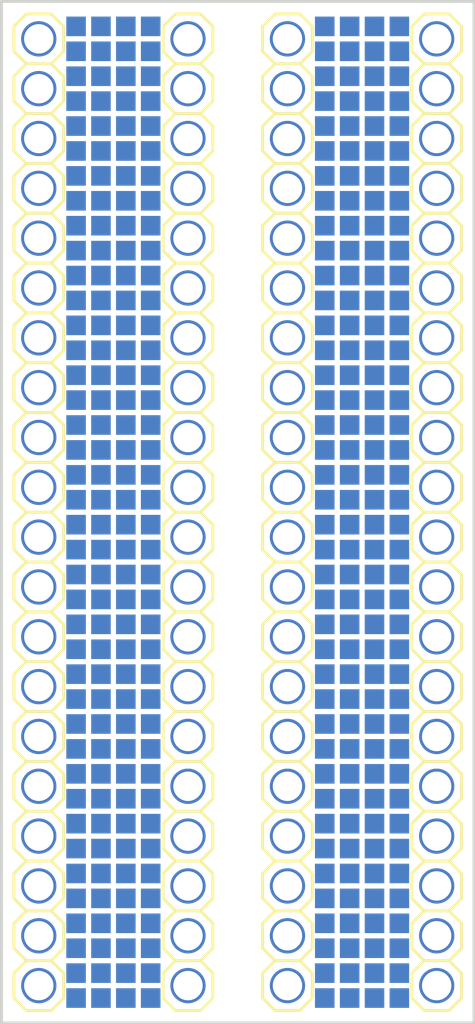
<source format=kicad_pcb>
(kicad_pcb (version 4) (host pcbnew 4.0.7-e2-6376~58~ubuntu16.04.1)

  (general
    (links 0)
    (no_connects 0)
    (area 116.946 46.65 144.801 102.675)
    (thickness 1.6)
    (drawings 4)
    (tracks 0)
    (zones 0)
    (modules 24)
    (nets 81)
  )

  (page A4)
  (layers
    (0 F.Cu signal)
    (31 B.Cu signal)
    (32 B.Adhes user)
    (33 F.Adhes user)
    (34 B.Paste user)
    (35 F.Paste user)
    (36 B.SilkS user)
    (37 F.SilkS user)
    (38 B.Mask user)
    (39 F.Mask user)
    (40 Dwgs.User user)
    (41 Cmts.User user)
    (42 Eco1.User user)
    (43 Eco2.User user)
    (44 Edge.Cuts user)
    (45 Margin user)
    (46 B.CrtYd user)
    (47 F.CrtYd user)
    (48 B.Fab user)
    (49 F.Fab user)
  )

  (setup
    (last_trace_width 0.25)
    (trace_clearance 0.2)
    (zone_clearance 0.508)
    (zone_45_only no)
    (trace_min 0.2)
    (segment_width 0.2)
    (edge_width 0.15)
    (via_size 0.6)
    (via_drill 0.4)
    (via_min_size 0.4)
    (via_min_drill 0.3)
    (uvia_size 0.3)
    (uvia_drill 0.1)
    (uvias_allowed no)
    (uvia_min_size 0.2)
    (uvia_min_drill 0.1)
    (pcb_text_width 0.3)
    (pcb_text_size 1.5 1.5)
    (mod_edge_width 0.15)
    (mod_text_size 1 1)
    (mod_text_width 0.15)
    (pad_size 1.524 1.524)
    (pad_drill 0.762)
    (pad_to_mask_clearance 0.1)
    (aux_axis_origin 0 0)
    (visible_elements FFFFFF7F)
    (pcbplotparams
      (layerselection 0x00030_80000001)
      (usegerberextensions false)
      (excludeedgelayer true)
      (linewidth 0.100000)
      (plotframeref false)
      (viasonmask false)
      (mode 1)
      (useauxorigin false)
      (hpglpennumber 1)
      (hpglpenspeed 20)
      (hpglpendiameter 15)
      (hpglpenoverlay 2)
      (psnegative false)
      (psa4output false)
      (plotreference true)
      (plotvalue true)
      (plotinvisibletext false)
      (padsonsilk false)
      (subtractmaskfromsilk false)
      (outputformat 1)
      (mirror false)
      (drillshape 1)
      (scaleselection 1)
      (outputdirectory ""))
  )

  (net 0 "")
  (net 1 "Net-(J1-Pad1)")
  (net 2 "Net-(J1-Pad2)")
  (net 3 "Net-(J1-Pad3)")
  (net 4 "Net-(J1-Pad4)")
  (net 5 "Net-(J1-Pad5)")
  (net 6 "Net-(J1-Pad6)")
  (net 7 "Net-(J1-Pad7)")
  (net 8 "Net-(J1-Pad8)")
  (net 9 "Net-(J1-Pad9)")
  (net 10 "Net-(J1-Pad10)")
  (net 11 "Net-(J1-Pad11)")
  (net 12 "Net-(J1-Pad12)")
  (net 13 "Net-(J1-Pad13)")
  (net 14 "Net-(J1-Pad14)")
  (net 15 "Net-(J1-Pad15)")
  (net 16 "Net-(J1-Pad16)")
  (net 17 "Net-(J1-Pad17)")
  (net 18 "Net-(J1-Pad18)")
  (net 19 "Net-(J1-Pad19)")
  (net 20 "Net-(J1-Pad20)")
  (net 21 "Net-(J12-Pad1)")
  (net 22 "Net-(J12-Pad2)")
  (net 23 "Net-(J12-Pad3)")
  (net 24 "Net-(J12-Pad4)")
  (net 25 "Net-(J12-Pad5)")
  (net 26 "Net-(J12-Pad6)")
  (net 27 "Net-(J12-Pad7)")
  (net 28 "Net-(J12-Pad8)")
  (net 29 "Net-(J12-Pad9)")
  (net 30 "Net-(J12-Pad10)")
  (net 31 "Net-(J12-Pad11)")
  (net 32 "Net-(J12-Pad12)")
  (net 33 "Net-(J12-Pad13)")
  (net 34 "Net-(J12-Pad14)")
  (net 35 "Net-(J12-Pad15)")
  (net 36 "Net-(J12-Pad16)")
  (net 37 "Net-(J12-Pad17)")
  (net 38 "Net-(J12-Pad18)")
  (net 39 "Net-(J12-Pad19)")
  (net 40 "Net-(J12-Pad20)")
  (net 41 "Net-(J13-Pad1)")
  (net 42 "Net-(J13-Pad2)")
  (net 43 "Net-(J13-Pad3)")
  (net 44 "Net-(J13-Pad4)")
  (net 45 "Net-(J13-Pad5)")
  (net 46 "Net-(J13-Pad6)")
  (net 47 "Net-(J13-Pad7)")
  (net 48 "Net-(J13-Pad8)")
  (net 49 "Net-(J13-Pad9)")
  (net 50 "Net-(J13-Pad10)")
  (net 51 "Net-(J13-Pad11)")
  (net 52 "Net-(J13-Pad12)")
  (net 53 "Net-(J13-Pad13)")
  (net 54 "Net-(J13-Pad14)")
  (net 55 "Net-(J13-Pad15)")
  (net 56 "Net-(J13-Pad16)")
  (net 57 "Net-(J13-Pad17)")
  (net 58 "Net-(J13-Pad18)")
  (net 59 "Net-(J13-Pad19)")
  (net 60 "Net-(J13-Pad20)")
  (net 61 "Net-(J24-Pad1)")
  (net 62 "Net-(J24-Pad2)")
  (net 63 "Net-(J24-Pad3)")
  (net 64 "Net-(J24-Pad4)")
  (net 65 "Net-(J24-Pad5)")
  (net 66 "Net-(J24-Pad6)")
  (net 67 "Net-(J24-Pad7)")
  (net 68 "Net-(J24-Pad8)")
  (net 69 "Net-(J24-Pad9)")
  (net 70 "Net-(J24-Pad10)")
  (net 71 "Net-(J24-Pad11)")
  (net 72 "Net-(J24-Pad12)")
  (net 73 "Net-(J24-Pad13)")
  (net 74 "Net-(J24-Pad14)")
  (net 75 "Net-(J24-Pad15)")
  (net 76 "Net-(J24-Pad16)")
  (net 77 "Net-(J24-Pad17)")
  (net 78 "Net-(J24-Pad18)")
  (net 79 "Net-(J24-Pad19)")
  (net 80 "Net-(J24-Pad20)")

  (net_class Default "This is the default net class."
    (clearance 0.2)
    (trace_width 0.25)
    (via_dia 0.6)
    (via_drill 0.4)
    (uvia_dia 0.3)
    (uvia_drill 0.1)
    (add_net "Net-(J1-Pad1)")
    (add_net "Net-(J1-Pad10)")
    (add_net "Net-(J1-Pad11)")
    (add_net "Net-(J1-Pad12)")
    (add_net "Net-(J1-Pad13)")
    (add_net "Net-(J1-Pad14)")
    (add_net "Net-(J1-Pad15)")
    (add_net "Net-(J1-Pad16)")
    (add_net "Net-(J1-Pad17)")
    (add_net "Net-(J1-Pad18)")
    (add_net "Net-(J1-Pad19)")
    (add_net "Net-(J1-Pad2)")
    (add_net "Net-(J1-Pad20)")
    (add_net "Net-(J1-Pad3)")
    (add_net "Net-(J1-Pad4)")
    (add_net "Net-(J1-Pad5)")
    (add_net "Net-(J1-Pad6)")
    (add_net "Net-(J1-Pad7)")
    (add_net "Net-(J1-Pad8)")
    (add_net "Net-(J1-Pad9)")
    (add_net "Net-(J12-Pad1)")
    (add_net "Net-(J12-Pad10)")
    (add_net "Net-(J12-Pad11)")
    (add_net "Net-(J12-Pad12)")
    (add_net "Net-(J12-Pad13)")
    (add_net "Net-(J12-Pad14)")
    (add_net "Net-(J12-Pad15)")
    (add_net "Net-(J12-Pad16)")
    (add_net "Net-(J12-Pad17)")
    (add_net "Net-(J12-Pad18)")
    (add_net "Net-(J12-Pad19)")
    (add_net "Net-(J12-Pad2)")
    (add_net "Net-(J12-Pad20)")
    (add_net "Net-(J12-Pad3)")
    (add_net "Net-(J12-Pad4)")
    (add_net "Net-(J12-Pad5)")
    (add_net "Net-(J12-Pad6)")
    (add_net "Net-(J12-Pad7)")
    (add_net "Net-(J12-Pad8)")
    (add_net "Net-(J12-Pad9)")
    (add_net "Net-(J13-Pad1)")
    (add_net "Net-(J13-Pad10)")
    (add_net "Net-(J13-Pad11)")
    (add_net "Net-(J13-Pad12)")
    (add_net "Net-(J13-Pad13)")
    (add_net "Net-(J13-Pad14)")
    (add_net "Net-(J13-Pad15)")
    (add_net "Net-(J13-Pad16)")
    (add_net "Net-(J13-Pad17)")
    (add_net "Net-(J13-Pad18)")
    (add_net "Net-(J13-Pad19)")
    (add_net "Net-(J13-Pad2)")
    (add_net "Net-(J13-Pad20)")
    (add_net "Net-(J13-Pad3)")
    (add_net "Net-(J13-Pad4)")
    (add_net "Net-(J13-Pad5)")
    (add_net "Net-(J13-Pad6)")
    (add_net "Net-(J13-Pad7)")
    (add_net "Net-(J13-Pad8)")
    (add_net "Net-(J13-Pad9)")
    (add_net "Net-(J24-Pad1)")
    (add_net "Net-(J24-Pad10)")
    (add_net "Net-(J24-Pad11)")
    (add_net "Net-(J24-Pad12)")
    (add_net "Net-(J24-Pad13)")
    (add_net "Net-(J24-Pad14)")
    (add_net "Net-(J24-Pad15)")
    (add_net "Net-(J24-Pad16)")
    (add_net "Net-(J24-Pad17)")
    (add_net "Net-(J24-Pad18)")
    (add_net "Net-(J24-Pad19)")
    (add_net "Net-(J24-Pad2)")
    (add_net "Net-(J24-Pad20)")
    (add_net "Net-(J24-Pad3)")
    (add_net "Net-(J24-Pad4)")
    (add_net "Net-(J24-Pad5)")
    (add_net "Net-(J24-Pad6)")
    (add_net "Net-(J24-Pad7)")
    (add_net "Net-(J24-Pad8)")
    (add_net "Net-(J24-Pad9)")
  )

  (module SquantorProto:proto-0127-04X04-P010 (layer B.Cu) (tedit 59BD8A19) (tstamp 59BD8B5A)
    (at 124.46 52.07)
    (path /59BAEA07)
    (fp_text reference J2 (at 0 3.81) (layer B.SilkS) hide
      (effects (font (size 1 1) (thickness 0.15)) (justify mirror))
    )
    (fp_text value Proto (at 0 -4.445) (layer B.Fab) hide
      (effects (font (size 1 1) (thickness 0.15)) (justify mirror))
    )
    (pad 1 smd rect (at -1.905 1.905) (size 1 1) (layers B.Cu B.Paste B.Mask))
    (pad 2 smd rect (at -0.635 1.905) (size 1 1) (layers B.Cu B.Paste B.Mask))
    (pad 3 smd rect (at 0.635 1.905) (size 1 1) (layers B.Cu B.Paste B.Mask))
    (pad 4 smd rect (at 1.905 1.905) (size 1 1) (layers B.Cu B.Paste B.Mask))
    (pad 5 smd rect (at -1.905 0.635) (size 1 1) (layers B.Cu B.Paste B.Mask))
    (pad 6 smd rect (at -0.635 0.635) (size 1 1) (layers B.Cu B.Paste B.Mask))
    (pad 7 smd rect (at 0.635 0.635) (size 1 1) (layers B.Cu B.Paste B.Mask))
    (pad 8 smd rect (at 1.905 0.635) (size 1 1) (layers B.Cu B.Paste B.Mask))
    (pad 9 smd rect (at -1.905 -0.635) (size 1 1) (layers B.Cu B.Paste B.Mask))
    (pad 10 smd rect (at -0.635 -0.635) (size 1 1) (layers B.Cu B.Paste B.Mask))
    (pad 11 smd rect (at 0.635 -0.635) (size 1 1) (layers B.Cu B.Paste B.Mask))
    (pad 12 smd rect (at 1.905 -0.635) (size 1 1) (layers B.Cu B.Paste B.Mask))
    (pad 13 smd rect (at -1.905 -1.905) (size 1 1) (layers B.Cu B.Paste B.Mask))
    (pad 14 smd rect (at -0.635 -1.905) (size 1 1) (layers B.Cu B.Paste B.Mask))
    (pad 15 smd rect (at 0.635 -1.905) (size 1 1) (layers B.Cu B.Paste B.Mask))
    (pad 16 smd rect (at 1.905 -1.905) (size 1 1) (layers B.Cu B.Paste B.Mask))
  )

  (module SquantorProto:proto-0127-04X04-P010 (layer B.Cu) (tedit 59BD8A14) (tstamp 59BD8B6D)
    (at 124.46 57.15)
    (path /59BAEA0D)
    (fp_text reference J3 (at 0 3.81) (layer B.SilkS) hide
      (effects (font (size 1 1) (thickness 0.15)) (justify mirror))
    )
    (fp_text value Proto (at 0 -4.445) (layer B.Fab) hide
      (effects (font (size 1 1) (thickness 0.15)) (justify mirror))
    )
    (pad 1 smd rect (at -1.905 1.905) (size 1 1) (layers B.Cu B.Paste B.Mask))
    (pad 2 smd rect (at -0.635 1.905) (size 1 1) (layers B.Cu B.Paste B.Mask))
    (pad 3 smd rect (at 0.635 1.905) (size 1 1) (layers B.Cu B.Paste B.Mask))
    (pad 4 smd rect (at 1.905 1.905) (size 1 1) (layers B.Cu B.Paste B.Mask))
    (pad 5 smd rect (at -1.905 0.635) (size 1 1) (layers B.Cu B.Paste B.Mask))
    (pad 6 smd rect (at -0.635 0.635) (size 1 1) (layers B.Cu B.Paste B.Mask))
    (pad 7 smd rect (at 0.635 0.635) (size 1 1) (layers B.Cu B.Paste B.Mask))
    (pad 8 smd rect (at 1.905 0.635) (size 1 1) (layers B.Cu B.Paste B.Mask))
    (pad 9 smd rect (at -1.905 -0.635) (size 1 1) (layers B.Cu B.Paste B.Mask))
    (pad 10 smd rect (at -0.635 -0.635) (size 1 1) (layers B.Cu B.Paste B.Mask))
    (pad 11 smd rect (at 0.635 -0.635) (size 1 1) (layers B.Cu B.Paste B.Mask))
    (pad 12 smd rect (at 1.905 -0.635) (size 1 1) (layers B.Cu B.Paste B.Mask))
    (pad 13 smd rect (at -1.905 -1.905) (size 1 1) (layers B.Cu B.Paste B.Mask))
    (pad 14 smd rect (at -0.635 -1.905) (size 1 1) (layers B.Cu B.Paste B.Mask))
    (pad 15 smd rect (at 0.635 -1.905) (size 1 1) (layers B.Cu B.Paste B.Mask))
    (pad 16 smd rect (at 1.905 -1.905) (size 1 1) (layers B.Cu B.Paste B.Mask))
  )

  (module SquantorProto:proto-0127-04X04-P010 (layer B.Cu) (tedit 59BD8A10) (tstamp 59BD8B80)
    (at 124.46 62.23)
    (path /59BAEA13)
    (fp_text reference J4 (at 0 3.81) (layer B.SilkS) hide
      (effects (font (size 1 1) (thickness 0.15)) (justify mirror))
    )
    (fp_text value Proto (at 0 -4.445) (layer B.Fab) hide
      (effects (font (size 1 1) (thickness 0.15)) (justify mirror))
    )
    (pad 1 smd rect (at -1.905 1.905) (size 1 1) (layers B.Cu B.Paste B.Mask))
    (pad 2 smd rect (at -0.635 1.905) (size 1 1) (layers B.Cu B.Paste B.Mask))
    (pad 3 smd rect (at 0.635 1.905) (size 1 1) (layers B.Cu B.Paste B.Mask))
    (pad 4 smd rect (at 1.905 1.905) (size 1 1) (layers B.Cu B.Paste B.Mask))
    (pad 5 smd rect (at -1.905 0.635) (size 1 1) (layers B.Cu B.Paste B.Mask))
    (pad 6 smd rect (at -0.635 0.635) (size 1 1) (layers B.Cu B.Paste B.Mask))
    (pad 7 smd rect (at 0.635 0.635) (size 1 1) (layers B.Cu B.Paste B.Mask))
    (pad 8 smd rect (at 1.905 0.635) (size 1 1) (layers B.Cu B.Paste B.Mask))
    (pad 9 smd rect (at -1.905 -0.635) (size 1 1) (layers B.Cu B.Paste B.Mask))
    (pad 10 smd rect (at -0.635 -0.635) (size 1 1) (layers B.Cu B.Paste B.Mask))
    (pad 11 smd rect (at 0.635 -0.635) (size 1 1) (layers B.Cu B.Paste B.Mask))
    (pad 12 smd rect (at 1.905 -0.635) (size 1 1) (layers B.Cu B.Paste B.Mask))
    (pad 13 smd rect (at -1.905 -1.905) (size 1 1) (layers B.Cu B.Paste B.Mask))
    (pad 14 smd rect (at -0.635 -1.905) (size 1 1) (layers B.Cu B.Paste B.Mask))
    (pad 15 smd rect (at 0.635 -1.905) (size 1 1) (layers B.Cu B.Paste B.Mask))
    (pad 16 smd rect (at 1.905 -1.905) (size 1 1) (layers B.Cu B.Paste B.Mask))
  )

  (module SquantorProto:proto-0127-04X04-P010 (layer B.Cu) (tedit 59BD8A0B) (tstamp 59BD8B93)
    (at 124.46 67.31)
    (path /59BAEA19)
    (fp_text reference J5 (at 0 3.81) (layer B.SilkS) hide
      (effects (font (size 1 1) (thickness 0.15)) (justify mirror))
    )
    (fp_text value Proto (at 0 -4.445) (layer B.Fab) hide
      (effects (font (size 1 1) (thickness 0.15)) (justify mirror))
    )
    (pad 1 smd rect (at -1.905 1.905) (size 1 1) (layers B.Cu B.Paste B.Mask))
    (pad 2 smd rect (at -0.635 1.905) (size 1 1) (layers B.Cu B.Paste B.Mask))
    (pad 3 smd rect (at 0.635 1.905) (size 1 1) (layers B.Cu B.Paste B.Mask))
    (pad 4 smd rect (at 1.905 1.905) (size 1 1) (layers B.Cu B.Paste B.Mask))
    (pad 5 smd rect (at -1.905 0.635) (size 1 1) (layers B.Cu B.Paste B.Mask))
    (pad 6 smd rect (at -0.635 0.635) (size 1 1) (layers B.Cu B.Paste B.Mask))
    (pad 7 smd rect (at 0.635 0.635) (size 1 1) (layers B.Cu B.Paste B.Mask))
    (pad 8 smd rect (at 1.905 0.635) (size 1 1) (layers B.Cu B.Paste B.Mask))
    (pad 9 smd rect (at -1.905 -0.635) (size 1 1) (layers B.Cu B.Paste B.Mask))
    (pad 10 smd rect (at -0.635 -0.635) (size 1 1) (layers B.Cu B.Paste B.Mask))
    (pad 11 smd rect (at 0.635 -0.635) (size 1 1) (layers B.Cu B.Paste B.Mask))
    (pad 12 smd rect (at 1.905 -0.635) (size 1 1) (layers B.Cu B.Paste B.Mask))
    (pad 13 smd rect (at -1.905 -1.905) (size 1 1) (layers B.Cu B.Paste B.Mask))
    (pad 14 smd rect (at -0.635 -1.905) (size 1 1) (layers B.Cu B.Paste B.Mask))
    (pad 15 smd rect (at 0.635 -1.905) (size 1 1) (layers B.Cu B.Paste B.Mask))
    (pad 16 smd rect (at 1.905 -1.905) (size 1 1) (layers B.Cu B.Paste B.Mask))
  )

  (module SquantorProto:proto-0127-04X04-P010 (layer B.Cu) (tedit 59BD8A06) (tstamp 59BD8BA6)
    (at 124.46 72.39)
    (path /59BAEA1F)
    (fp_text reference J6 (at 0 3.81) (layer B.SilkS) hide
      (effects (font (size 1 1) (thickness 0.15)) (justify mirror))
    )
    (fp_text value Proto (at 0 -4.445) (layer B.Fab) hide
      (effects (font (size 1 1) (thickness 0.15)) (justify mirror))
    )
    (pad 1 smd rect (at -1.905 1.905) (size 1 1) (layers B.Cu B.Paste B.Mask))
    (pad 2 smd rect (at -0.635 1.905) (size 1 1) (layers B.Cu B.Paste B.Mask))
    (pad 3 smd rect (at 0.635 1.905) (size 1 1) (layers B.Cu B.Paste B.Mask))
    (pad 4 smd rect (at 1.905 1.905) (size 1 1) (layers B.Cu B.Paste B.Mask))
    (pad 5 smd rect (at -1.905 0.635) (size 1 1) (layers B.Cu B.Paste B.Mask))
    (pad 6 smd rect (at -0.635 0.635) (size 1 1) (layers B.Cu B.Paste B.Mask))
    (pad 7 smd rect (at 0.635 0.635) (size 1 1) (layers B.Cu B.Paste B.Mask))
    (pad 8 smd rect (at 1.905 0.635) (size 1 1) (layers B.Cu B.Paste B.Mask))
    (pad 9 smd rect (at -1.905 -0.635) (size 1 1) (layers B.Cu B.Paste B.Mask))
    (pad 10 smd rect (at -0.635 -0.635) (size 1 1) (layers B.Cu B.Paste B.Mask))
    (pad 11 smd rect (at 0.635 -0.635) (size 1 1) (layers B.Cu B.Paste B.Mask))
    (pad 12 smd rect (at 1.905 -0.635) (size 1 1) (layers B.Cu B.Paste B.Mask))
    (pad 13 smd rect (at -1.905 -1.905) (size 1 1) (layers B.Cu B.Paste B.Mask))
    (pad 14 smd rect (at -0.635 -1.905) (size 1 1) (layers B.Cu B.Paste B.Mask))
    (pad 15 smd rect (at 0.635 -1.905) (size 1 1) (layers B.Cu B.Paste B.Mask))
    (pad 16 smd rect (at 1.905 -1.905) (size 1 1) (layers B.Cu B.Paste B.Mask))
  )

  (module SquantorProto:proto-0127-04X04-P010 (layer B.Cu) (tedit 59BD89FF) (tstamp 59BD8BB9)
    (at 124.46 77.47)
    (path /59BAE168)
    (fp_text reference J7 (at 0 3.81) (layer B.SilkS) hide
      (effects (font (size 1 1) (thickness 0.15)) (justify mirror))
    )
    (fp_text value Proto (at 0 -4.445) (layer B.Fab) hide
      (effects (font (size 1 1) (thickness 0.15)) (justify mirror))
    )
    (pad 1 smd rect (at -1.905 1.905) (size 1 1) (layers B.Cu B.Paste B.Mask))
    (pad 2 smd rect (at -0.635 1.905) (size 1 1) (layers B.Cu B.Paste B.Mask))
    (pad 3 smd rect (at 0.635 1.905) (size 1 1) (layers B.Cu B.Paste B.Mask))
    (pad 4 smd rect (at 1.905 1.905) (size 1 1) (layers B.Cu B.Paste B.Mask))
    (pad 5 smd rect (at -1.905 0.635) (size 1 1) (layers B.Cu B.Paste B.Mask))
    (pad 6 smd rect (at -0.635 0.635) (size 1 1) (layers B.Cu B.Paste B.Mask))
    (pad 7 smd rect (at 0.635 0.635) (size 1 1) (layers B.Cu B.Paste B.Mask))
    (pad 8 smd rect (at 1.905 0.635) (size 1 1) (layers B.Cu B.Paste B.Mask))
    (pad 9 smd rect (at -1.905 -0.635) (size 1 1) (layers B.Cu B.Paste B.Mask))
    (pad 10 smd rect (at -0.635 -0.635) (size 1 1) (layers B.Cu B.Paste B.Mask))
    (pad 11 smd rect (at 0.635 -0.635) (size 1 1) (layers B.Cu B.Paste B.Mask))
    (pad 12 smd rect (at 1.905 -0.635) (size 1 1) (layers B.Cu B.Paste B.Mask))
    (pad 13 smd rect (at -1.905 -1.905) (size 1 1) (layers B.Cu B.Paste B.Mask))
    (pad 14 smd rect (at -0.635 -1.905) (size 1 1) (layers B.Cu B.Paste B.Mask))
    (pad 15 smd rect (at 0.635 -1.905) (size 1 1) (layers B.Cu B.Paste B.Mask))
    (pad 16 smd rect (at 1.905 -1.905) (size 1 1) (layers B.Cu B.Paste B.Mask))
  )

  (module SquantorProto:proto-0127-04X04-P010 (layer B.Cu) (tedit 59BD8A03) (tstamp 59BD8BCC)
    (at 124.46 82.55)
    (path /59BAE259)
    (fp_text reference J8 (at 0 3.81) (layer B.SilkS) hide
      (effects (font (size 1 1) (thickness 0.15)) (justify mirror))
    )
    (fp_text value Proto (at 0 -4.445) (layer B.Fab) hide
      (effects (font (size 1 1) (thickness 0.15)) (justify mirror))
    )
    (pad 1 smd rect (at -1.905 1.905) (size 1 1) (layers B.Cu B.Paste B.Mask))
    (pad 2 smd rect (at -0.635 1.905) (size 1 1) (layers B.Cu B.Paste B.Mask))
    (pad 3 smd rect (at 0.635 1.905) (size 1 1) (layers B.Cu B.Paste B.Mask))
    (pad 4 smd rect (at 1.905 1.905) (size 1 1) (layers B.Cu B.Paste B.Mask))
    (pad 5 smd rect (at -1.905 0.635) (size 1 1) (layers B.Cu B.Paste B.Mask))
    (pad 6 smd rect (at -0.635 0.635) (size 1 1) (layers B.Cu B.Paste B.Mask))
    (pad 7 smd rect (at 0.635 0.635) (size 1 1) (layers B.Cu B.Paste B.Mask))
    (pad 8 smd rect (at 1.905 0.635) (size 1 1) (layers B.Cu B.Paste B.Mask))
    (pad 9 smd rect (at -1.905 -0.635) (size 1 1) (layers B.Cu B.Paste B.Mask))
    (pad 10 smd rect (at -0.635 -0.635) (size 1 1) (layers B.Cu B.Paste B.Mask))
    (pad 11 smd rect (at 0.635 -0.635) (size 1 1) (layers B.Cu B.Paste B.Mask))
    (pad 12 smd rect (at 1.905 -0.635) (size 1 1) (layers B.Cu B.Paste B.Mask))
    (pad 13 smd rect (at -1.905 -1.905) (size 1 1) (layers B.Cu B.Paste B.Mask))
    (pad 14 smd rect (at -0.635 -1.905) (size 1 1) (layers B.Cu B.Paste B.Mask))
    (pad 15 smd rect (at 0.635 -1.905) (size 1 1) (layers B.Cu B.Paste B.Mask))
    (pad 16 smd rect (at 1.905 -1.905) (size 1 1) (layers B.Cu B.Paste B.Mask))
  )

  (module SquantorProto:proto-0127-04X04-P010 (layer B.Cu) (tedit 59BD89FB) (tstamp 59BD8BDF)
    (at 124.46 87.63)
    (path /59BAE5DC)
    (fp_text reference J9 (at 0 3.81) (layer B.SilkS) hide
      (effects (font (size 1 1) (thickness 0.15)) (justify mirror))
    )
    (fp_text value Proto (at 0 -4.445) (layer B.Fab) hide
      (effects (font (size 1 1) (thickness 0.15)) (justify mirror))
    )
    (pad 1 smd rect (at -1.905 1.905) (size 1 1) (layers B.Cu B.Paste B.Mask))
    (pad 2 smd rect (at -0.635 1.905) (size 1 1) (layers B.Cu B.Paste B.Mask))
    (pad 3 smd rect (at 0.635 1.905) (size 1 1) (layers B.Cu B.Paste B.Mask))
    (pad 4 smd rect (at 1.905 1.905) (size 1 1) (layers B.Cu B.Paste B.Mask))
    (pad 5 smd rect (at -1.905 0.635) (size 1 1) (layers B.Cu B.Paste B.Mask))
    (pad 6 smd rect (at -0.635 0.635) (size 1 1) (layers B.Cu B.Paste B.Mask))
    (pad 7 smd rect (at 0.635 0.635) (size 1 1) (layers B.Cu B.Paste B.Mask))
    (pad 8 smd rect (at 1.905 0.635) (size 1 1) (layers B.Cu B.Paste B.Mask))
    (pad 9 smd rect (at -1.905 -0.635) (size 1 1) (layers B.Cu B.Paste B.Mask))
    (pad 10 smd rect (at -0.635 -0.635) (size 1 1) (layers B.Cu B.Paste B.Mask))
    (pad 11 smd rect (at 0.635 -0.635) (size 1 1) (layers B.Cu B.Paste B.Mask))
    (pad 12 smd rect (at 1.905 -0.635) (size 1 1) (layers B.Cu B.Paste B.Mask))
    (pad 13 smd rect (at -1.905 -1.905) (size 1 1) (layers B.Cu B.Paste B.Mask))
    (pad 14 smd rect (at -0.635 -1.905) (size 1 1) (layers B.Cu B.Paste B.Mask))
    (pad 15 smd rect (at 0.635 -1.905) (size 1 1) (layers B.Cu B.Paste B.Mask))
    (pad 16 smd rect (at 1.905 -1.905) (size 1 1) (layers B.Cu B.Paste B.Mask))
  )

  (module SquantorProto:proto-0127-04X04-P010 (layer B.Cu) (tedit 59BD89EE) (tstamp 59BD8BF2)
    (at 124.46 92.71)
    (path /59BAE611)
    (fp_text reference J10 (at 0 3.81) (layer B.SilkS) hide
      (effects (font (size 1 1) (thickness 0.15)) (justify mirror))
    )
    (fp_text value Proto (at 0 -4.445) (layer B.Fab) hide
      (effects (font (size 1 1) (thickness 0.15)) (justify mirror))
    )
    (pad 1 smd rect (at -1.905 1.905) (size 1 1) (layers B.Cu B.Paste B.Mask))
    (pad 2 smd rect (at -0.635 1.905) (size 1 1) (layers B.Cu B.Paste B.Mask))
    (pad 3 smd rect (at 0.635 1.905) (size 1 1) (layers B.Cu B.Paste B.Mask))
    (pad 4 smd rect (at 1.905 1.905) (size 1 1) (layers B.Cu B.Paste B.Mask))
    (pad 5 smd rect (at -1.905 0.635) (size 1 1) (layers B.Cu B.Paste B.Mask))
    (pad 6 smd rect (at -0.635 0.635) (size 1 1) (layers B.Cu B.Paste B.Mask))
    (pad 7 smd rect (at 0.635 0.635) (size 1 1) (layers B.Cu B.Paste B.Mask))
    (pad 8 smd rect (at 1.905 0.635) (size 1 1) (layers B.Cu B.Paste B.Mask))
    (pad 9 smd rect (at -1.905 -0.635) (size 1 1) (layers B.Cu B.Paste B.Mask))
    (pad 10 smd rect (at -0.635 -0.635) (size 1 1) (layers B.Cu B.Paste B.Mask))
    (pad 11 smd rect (at 0.635 -0.635) (size 1 1) (layers B.Cu B.Paste B.Mask))
    (pad 12 smd rect (at 1.905 -0.635) (size 1 1) (layers B.Cu B.Paste B.Mask))
    (pad 13 smd rect (at -1.905 -1.905) (size 1 1) (layers B.Cu B.Paste B.Mask))
    (pad 14 smd rect (at -0.635 -1.905) (size 1 1) (layers B.Cu B.Paste B.Mask))
    (pad 15 smd rect (at 0.635 -1.905) (size 1 1) (layers B.Cu B.Paste B.Mask))
    (pad 16 smd rect (at 1.905 -1.905) (size 1 1) (layers B.Cu B.Paste B.Mask))
  )

  (module SquantorProto:proto-0127-04X04-P010 (layer B.Cu) (tedit 59BD89E7) (tstamp 59BD8C05)
    (at 124.46 97.79)
    (path /59BAE661)
    (fp_text reference J11 (at 0 3.81) (layer B.SilkS) hide
      (effects (font (size 1 1) (thickness 0.15)) (justify mirror))
    )
    (fp_text value Proto (at 0 -4.445) (layer B.Fab) hide
      (effects (font (size 1 1) (thickness 0.15)) (justify mirror))
    )
    (pad 1 smd rect (at -1.905 1.905) (size 1 1) (layers B.Cu B.Paste B.Mask))
    (pad 2 smd rect (at -0.635 1.905) (size 1 1) (layers B.Cu B.Paste B.Mask))
    (pad 3 smd rect (at 0.635 1.905) (size 1 1) (layers B.Cu B.Paste B.Mask))
    (pad 4 smd rect (at 1.905 1.905) (size 1 1) (layers B.Cu B.Paste B.Mask))
    (pad 5 smd rect (at -1.905 0.635) (size 1 1) (layers B.Cu B.Paste B.Mask))
    (pad 6 smd rect (at -0.635 0.635) (size 1 1) (layers B.Cu B.Paste B.Mask))
    (pad 7 smd rect (at 0.635 0.635) (size 1 1) (layers B.Cu B.Paste B.Mask))
    (pad 8 smd rect (at 1.905 0.635) (size 1 1) (layers B.Cu B.Paste B.Mask))
    (pad 9 smd rect (at -1.905 -0.635) (size 1 1) (layers B.Cu B.Paste B.Mask))
    (pad 10 smd rect (at -0.635 -0.635) (size 1 1) (layers B.Cu B.Paste B.Mask))
    (pad 11 smd rect (at 0.635 -0.635) (size 1 1) (layers B.Cu B.Paste B.Mask))
    (pad 12 smd rect (at 1.905 -0.635) (size 1 1) (layers B.Cu B.Paste B.Mask))
    (pad 13 smd rect (at -1.905 -1.905) (size 1 1) (layers B.Cu B.Paste B.Mask))
    (pad 14 smd rect (at -0.635 -1.905) (size 1 1) (layers B.Cu B.Paste B.Mask))
    (pad 15 smd rect (at 0.635 -1.905) (size 1 1) (layers B.Cu B.Paste B.Mask))
    (pad 16 smd rect (at 1.905 -1.905) (size 1 1) (layers B.Cu B.Paste B.Mask))
  )

  (module SquantorProto:proto-0127-04X04-P010 (layer B.Cu) (tedit 59BD8A25) (tstamp 59BD8C18)
    (at 137.16 52.07)
    (path /59BAF1D4)
    (fp_text reference J14 (at 0 3.81) (layer B.SilkS) hide
      (effects (font (size 1 1) (thickness 0.15)) (justify mirror))
    )
    (fp_text value Proto (at 0 -4.445) (layer B.Fab) hide
      (effects (font (size 1 1) (thickness 0.15)) (justify mirror))
    )
    (pad 1 smd rect (at -1.905 1.905) (size 1 1) (layers B.Cu B.Paste B.Mask))
    (pad 2 smd rect (at -0.635 1.905) (size 1 1) (layers B.Cu B.Paste B.Mask))
    (pad 3 smd rect (at 0.635 1.905) (size 1 1) (layers B.Cu B.Paste B.Mask))
    (pad 4 smd rect (at 1.905 1.905) (size 1 1) (layers B.Cu B.Paste B.Mask))
    (pad 5 smd rect (at -1.905 0.635) (size 1 1) (layers B.Cu B.Paste B.Mask))
    (pad 6 smd rect (at -0.635 0.635) (size 1 1) (layers B.Cu B.Paste B.Mask))
    (pad 7 smd rect (at 0.635 0.635) (size 1 1) (layers B.Cu B.Paste B.Mask))
    (pad 8 smd rect (at 1.905 0.635) (size 1 1) (layers B.Cu B.Paste B.Mask))
    (pad 9 smd rect (at -1.905 -0.635) (size 1 1) (layers B.Cu B.Paste B.Mask))
    (pad 10 smd rect (at -0.635 -0.635) (size 1 1) (layers B.Cu B.Paste B.Mask))
    (pad 11 smd rect (at 0.635 -0.635) (size 1 1) (layers B.Cu B.Paste B.Mask))
    (pad 12 smd rect (at 1.905 -0.635) (size 1 1) (layers B.Cu B.Paste B.Mask))
    (pad 13 smd rect (at -1.905 -1.905) (size 1 1) (layers B.Cu B.Paste B.Mask))
    (pad 14 smd rect (at -0.635 -1.905) (size 1 1) (layers B.Cu B.Paste B.Mask))
    (pad 15 smd rect (at 0.635 -1.905) (size 1 1) (layers B.Cu B.Paste B.Mask))
    (pad 16 smd rect (at 1.905 -1.905) (size 1 1) (layers B.Cu B.Paste B.Mask))
  )

  (module SquantorProto:proto-0127-04X04-P010 (layer B.Cu) (tedit 59BD8A32) (tstamp 59BD8C2B)
    (at 137.16 57.15)
    (path /59BAF1DA)
    (fp_text reference J15 (at 0 3.81) (layer B.SilkS) hide
      (effects (font (size 1 1) (thickness 0.15)) (justify mirror))
    )
    (fp_text value Proto (at 0 -4.445) (layer B.Fab) hide
      (effects (font (size 1 1) (thickness 0.15)) (justify mirror))
    )
    (pad 1 smd rect (at -1.905 1.905) (size 1 1) (layers B.Cu B.Paste B.Mask))
    (pad 2 smd rect (at -0.635 1.905) (size 1 1) (layers B.Cu B.Paste B.Mask))
    (pad 3 smd rect (at 0.635 1.905) (size 1 1) (layers B.Cu B.Paste B.Mask))
    (pad 4 smd rect (at 1.905 1.905) (size 1 1) (layers B.Cu B.Paste B.Mask))
    (pad 5 smd rect (at -1.905 0.635) (size 1 1) (layers B.Cu B.Paste B.Mask))
    (pad 6 smd rect (at -0.635 0.635) (size 1 1) (layers B.Cu B.Paste B.Mask))
    (pad 7 smd rect (at 0.635 0.635) (size 1 1) (layers B.Cu B.Paste B.Mask))
    (pad 8 smd rect (at 1.905 0.635) (size 1 1) (layers B.Cu B.Paste B.Mask))
    (pad 9 smd rect (at -1.905 -0.635) (size 1 1) (layers B.Cu B.Paste B.Mask))
    (pad 10 smd rect (at -0.635 -0.635) (size 1 1) (layers B.Cu B.Paste B.Mask))
    (pad 11 smd rect (at 0.635 -0.635) (size 1 1) (layers B.Cu B.Paste B.Mask))
    (pad 12 smd rect (at 1.905 -0.635) (size 1 1) (layers B.Cu B.Paste B.Mask))
    (pad 13 smd rect (at -1.905 -1.905) (size 1 1) (layers B.Cu B.Paste B.Mask))
    (pad 14 smd rect (at -0.635 -1.905) (size 1 1) (layers B.Cu B.Paste B.Mask))
    (pad 15 smd rect (at 0.635 -1.905) (size 1 1) (layers B.Cu B.Paste B.Mask))
    (pad 16 smd rect (at 1.905 -1.905) (size 1 1) (layers B.Cu B.Paste B.Mask))
  )

  (module SquantorProto:proto-0127-04X04-P010 (layer B.Cu) (tedit 59BD8A3A) (tstamp 59BD8C3E)
    (at 137.16 62.23)
    (path /59BAF1E0)
    (fp_text reference J16 (at 0 3.81) (layer B.SilkS) hide
      (effects (font (size 1 1) (thickness 0.15)) (justify mirror))
    )
    (fp_text value Proto (at 0 -4.445) (layer B.Fab) hide
      (effects (font (size 1 1) (thickness 0.15)) (justify mirror))
    )
    (pad 1 smd rect (at -1.905 1.905) (size 1 1) (layers B.Cu B.Paste B.Mask))
    (pad 2 smd rect (at -0.635 1.905) (size 1 1) (layers B.Cu B.Paste B.Mask))
    (pad 3 smd rect (at 0.635 1.905) (size 1 1) (layers B.Cu B.Paste B.Mask))
    (pad 4 smd rect (at 1.905 1.905) (size 1 1) (layers B.Cu B.Paste B.Mask))
    (pad 5 smd rect (at -1.905 0.635) (size 1 1) (layers B.Cu B.Paste B.Mask))
    (pad 6 smd rect (at -0.635 0.635) (size 1 1) (layers B.Cu B.Paste B.Mask))
    (pad 7 smd rect (at 0.635 0.635) (size 1 1) (layers B.Cu B.Paste B.Mask))
    (pad 8 smd rect (at 1.905 0.635) (size 1 1) (layers B.Cu B.Paste B.Mask))
    (pad 9 smd rect (at -1.905 -0.635) (size 1 1) (layers B.Cu B.Paste B.Mask))
    (pad 10 smd rect (at -0.635 -0.635) (size 1 1) (layers B.Cu B.Paste B.Mask))
    (pad 11 smd rect (at 0.635 -0.635) (size 1 1) (layers B.Cu B.Paste B.Mask))
    (pad 12 smd rect (at 1.905 -0.635) (size 1 1) (layers B.Cu B.Paste B.Mask))
    (pad 13 smd rect (at -1.905 -1.905) (size 1 1) (layers B.Cu B.Paste B.Mask))
    (pad 14 smd rect (at -0.635 -1.905) (size 1 1) (layers B.Cu B.Paste B.Mask))
    (pad 15 smd rect (at 0.635 -1.905) (size 1 1) (layers B.Cu B.Paste B.Mask))
    (pad 16 smd rect (at 1.905 -1.905) (size 1 1) (layers B.Cu B.Paste B.Mask))
  )

  (module SquantorProto:proto-0127-04X04-P010 (layer B.Cu) (tedit 59BD8A42) (tstamp 59BD8C51)
    (at 137.16 67.31)
    (path /59BAF1E6)
    (fp_text reference J17 (at 0 3.81) (layer B.SilkS) hide
      (effects (font (size 1 1) (thickness 0.15)) (justify mirror))
    )
    (fp_text value Proto (at 0 -4.445) (layer B.Fab) hide
      (effects (font (size 1 1) (thickness 0.15)) (justify mirror))
    )
    (pad 1 smd rect (at -1.905 1.905) (size 1 1) (layers B.Cu B.Paste B.Mask))
    (pad 2 smd rect (at -0.635 1.905) (size 1 1) (layers B.Cu B.Paste B.Mask))
    (pad 3 smd rect (at 0.635 1.905) (size 1 1) (layers B.Cu B.Paste B.Mask))
    (pad 4 smd rect (at 1.905 1.905) (size 1 1) (layers B.Cu B.Paste B.Mask))
    (pad 5 smd rect (at -1.905 0.635) (size 1 1) (layers B.Cu B.Paste B.Mask))
    (pad 6 smd rect (at -0.635 0.635) (size 1 1) (layers B.Cu B.Paste B.Mask))
    (pad 7 smd rect (at 0.635 0.635) (size 1 1) (layers B.Cu B.Paste B.Mask))
    (pad 8 smd rect (at 1.905 0.635) (size 1 1) (layers B.Cu B.Paste B.Mask))
    (pad 9 smd rect (at -1.905 -0.635) (size 1 1) (layers B.Cu B.Paste B.Mask))
    (pad 10 smd rect (at -0.635 -0.635) (size 1 1) (layers B.Cu B.Paste B.Mask))
    (pad 11 smd rect (at 0.635 -0.635) (size 1 1) (layers B.Cu B.Paste B.Mask))
    (pad 12 smd rect (at 1.905 -0.635) (size 1 1) (layers B.Cu B.Paste B.Mask))
    (pad 13 smd rect (at -1.905 -1.905) (size 1 1) (layers B.Cu B.Paste B.Mask))
    (pad 14 smd rect (at -0.635 -1.905) (size 1 1) (layers B.Cu B.Paste B.Mask))
    (pad 15 smd rect (at 0.635 -1.905) (size 1 1) (layers B.Cu B.Paste B.Mask))
    (pad 16 smd rect (at 1.905 -1.905) (size 1 1) (layers B.Cu B.Paste B.Mask))
  )

  (module SquantorProto:proto-0127-04X04-P010 (layer B.Cu) (tedit 59BD8A49) (tstamp 59BD8C64)
    (at 137.16 72.39)
    (path /59BAF1EC)
    (fp_text reference J18 (at 0 3.81) (layer B.SilkS) hide
      (effects (font (size 1 1) (thickness 0.15)) (justify mirror))
    )
    (fp_text value Proto (at 0 -4.445) (layer B.Fab) hide
      (effects (font (size 1 1) (thickness 0.15)) (justify mirror))
    )
    (pad 1 smd rect (at -1.905 1.905) (size 1 1) (layers B.Cu B.Paste B.Mask))
    (pad 2 smd rect (at -0.635 1.905) (size 1 1) (layers B.Cu B.Paste B.Mask))
    (pad 3 smd rect (at 0.635 1.905) (size 1 1) (layers B.Cu B.Paste B.Mask))
    (pad 4 smd rect (at 1.905 1.905) (size 1 1) (layers B.Cu B.Paste B.Mask))
    (pad 5 smd rect (at -1.905 0.635) (size 1 1) (layers B.Cu B.Paste B.Mask))
    (pad 6 smd rect (at -0.635 0.635) (size 1 1) (layers B.Cu B.Paste B.Mask))
    (pad 7 smd rect (at 0.635 0.635) (size 1 1) (layers B.Cu B.Paste B.Mask))
    (pad 8 smd rect (at 1.905 0.635) (size 1 1) (layers B.Cu B.Paste B.Mask))
    (pad 9 smd rect (at -1.905 -0.635) (size 1 1) (layers B.Cu B.Paste B.Mask))
    (pad 10 smd rect (at -0.635 -0.635) (size 1 1) (layers B.Cu B.Paste B.Mask))
    (pad 11 smd rect (at 0.635 -0.635) (size 1 1) (layers B.Cu B.Paste B.Mask))
    (pad 12 smd rect (at 1.905 -0.635) (size 1 1) (layers B.Cu B.Paste B.Mask))
    (pad 13 smd rect (at -1.905 -1.905) (size 1 1) (layers B.Cu B.Paste B.Mask))
    (pad 14 smd rect (at -0.635 -1.905) (size 1 1) (layers B.Cu B.Paste B.Mask))
    (pad 15 smd rect (at 0.635 -1.905) (size 1 1) (layers B.Cu B.Paste B.Mask))
    (pad 16 smd rect (at 1.905 -1.905) (size 1 1) (layers B.Cu B.Paste B.Mask))
  )

  (module SquantorProto:proto-0127-04X04-P010 (layer B.Cu) (tedit 59BD8A4F) (tstamp 59BD8C77)
    (at 137.16 77.47)
    (path /59BAF1B6)
    (fp_text reference J19 (at 0 3.81) (layer B.SilkS) hide
      (effects (font (size 1 1) (thickness 0.15)) (justify mirror))
    )
    (fp_text value Proto (at 0 -4.445) (layer B.Fab) hide
      (effects (font (size 1 1) (thickness 0.15)) (justify mirror))
    )
    (pad 1 smd rect (at -1.905 1.905) (size 1 1) (layers B.Cu B.Paste B.Mask))
    (pad 2 smd rect (at -0.635 1.905) (size 1 1) (layers B.Cu B.Paste B.Mask))
    (pad 3 smd rect (at 0.635 1.905) (size 1 1) (layers B.Cu B.Paste B.Mask))
    (pad 4 smd rect (at 1.905 1.905) (size 1 1) (layers B.Cu B.Paste B.Mask))
    (pad 5 smd rect (at -1.905 0.635) (size 1 1) (layers B.Cu B.Paste B.Mask))
    (pad 6 smd rect (at -0.635 0.635) (size 1 1) (layers B.Cu B.Paste B.Mask))
    (pad 7 smd rect (at 0.635 0.635) (size 1 1) (layers B.Cu B.Paste B.Mask))
    (pad 8 smd rect (at 1.905 0.635) (size 1 1) (layers B.Cu B.Paste B.Mask))
    (pad 9 smd rect (at -1.905 -0.635) (size 1 1) (layers B.Cu B.Paste B.Mask))
    (pad 10 smd rect (at -0.635 -0.635) (size 1 1) (layers B.Cu B.Paste B.Mask))
    (pad 11 smd rect (at 0.635 -0.635) (size 1 1) (layers B.Cu B.Paste B.Mask))
    (pad 12 smd rect (at 1.905 -0.635) (size 1 1) (layers B.Cu B.Paste B.Mask))
    (pad 13 smd rect (at -1.905 -1.905) (size 1 1) (layers B.Cu B.Paste B.Mask))
    (pad 14 smd rect (at -0.635 -1.905) (size 1 1) (layers B.Cu B.Paste B.Mask))
    (pad 15 smd rect (at 0.635 -1.905) (size 1 1) (layers B.Cu B.Paste B.Mask))
    (pad 16 smd rect (at 1.905 -1.905) (size 1 1) (layers B.Cu B.Paste B.Mask))
  )

  (module SquantorProto:proto-0127-04X04-P010 (layer B.Cu) (tedit 59BD8A5B) (tstamp 59BD8C8A)
    (at 137.16 82.55)
    (path /59BAF1BC)
    (fp_text reference J20 (at 0 3.81) (layer B.SilkS) hide
      (effects (font (size 1 1) (thickness 0.15)) (justify mirror))
    )
    (fp_text value Proto (at 0 -4.445) (layer B.Fab) hide
      (effects (font (size 1 1) (thickness 0.15)) (justify mirror))
    )
    (pad 1 smd rect (at -1.905 1.905) (size 1 1) (layers B.Cu B.Paste B.Mask))
    (pad 2 smd rect (at -0.635 1.905) (size 1 1) (layers B.Cu B.Paste B.Mask))
    (pad 3 smd rect (at 0.635 1.905) (size 1 1) (layers B.Cu B.Paste B.Mask))
    (pad 4 smd rect (at 1.905 1.905) (size 1 1) (layers B.Cu B.Paste B.Mask))
    (pad 5 smd rect (at -1.905 0.635) (size 1 1) (layers B.Cu B.Paste B.Mask))
    (pad 6 smd rect (at -0.635 0.635) (size 1 1) (layers B.Cu B.Paste B.Mask))
    (pad 7 smd rect (at 0.635 0.635) (size 1 1) (layers B.Cu B.Paste B.Mask))
    (pad 8 smd rect (at 1.905 0.635) (size 1 1) (layers B.Cu B.Paste B.Mask))
    (pad 9 smd rect (at -1.905 -0.635) (size 1 1) (layers B.Cu B.Paste B.Mask))
    (pad 10 smd rect (at -0.635 -0.635) (size 1 1) (layers B.Cu B.Paste B.Mask))
    (pad 11 smd rect (at 0.635 -0.635) (size 1 1) (layers B.Cu B.Paste B.Mask))
    (pad 12 smd rect (at 1.905 -0.635) (size 1 1) (layers B.Cu B.Paste B.Mask))
    (pad 13 smd rect (at -1.905 -1.905) (size 1 1) (layers B.Cu B.Paste B.Mask))
    (pad 14 smd rect (at -0.635 -1.905) (size 1 1) (layers B.Cu B.Paste B.Mask))
    (pad 15 smd rect (at 0.635 -1.905) (size 1 1) (layers B.Cu B.Paste B.Mask))
    (pad 16 smd rect (at 1.905 -1.905) (size 1 1) (layers B.Cu B.Paste B.Mask))
  )

  (module SquantorProto:proto-0127-04X04-P010 (layer B.Cu) (tedit 59BD8A65) (tstamp 59BD8C9D)
    (at 137.16 87.63)
    (path /59BAF1C2)
    (fp_text reference J21 (at 0 3.81) (layer B.SilkS) hide
      (effects (font (size 1 1) (thickness 0.15)) (justify mirror))
    )
    (fp_text value Proto (at 0 -4.445) (layer B.Fab) hide
      (effects (font (size 1 1) (thickness 0.15)) (justify mirror))
    )
    (pad 1 smd rect (at -1.905 1.905) (size 1 1) (layers B.Cu B.Paste B.Mask))
    (pad 2 smd rect (at -0.635 1.905) (size 1 1) (layers B.Cu B.Paste B.Mask))
    (pad 3 smd rect (at 0.635 1.905) (size 1 1) (layers B.Cu B.Paste B.Mask))
    (pad 4 smd rect (at 1.905 1.905) (size 1 1) (layers B.Cu B.Paste B.Mask))
    (pad 5 smd rect (at -1.905 0.635) (size 1 1) (layers B.Cu B.Paste B.Mask))
    (pad 6 smd rect (at -0.635 0.635) (size 1 1) (layers B.Cu B.Paste B.Mask))
    (pad 7 smd rect (at 0.635 0.635) (size 1 1) (layers B.Cu B.Paste B.Mask))
    (pad 8 smd rect (at 1.905 0.635) (size 1 1) (layers B.Cu B.Paste B.Mask))
    (pad 9 smd rect (at -1.905 -0.635) (size 1 1) (layers B.Cu B.Paste B.Mask))
    (pad 10 smd rect (at -0.635 -0.635) (size 1 1) (layers B.Cu B.Paste B.Mask))
    (pad 11 smd rect (at 0.635 -0.635) (size 1 1) (layers B.Cu B.Paste B.Mask))
    (pad 12 smd rect (at 1.905 -0.635) (size 1 1) (layers B.Cu B.Paste B.Mask))
    (pad 13 smd rect (at -1.905 -1.905) (size 1 1) (layers B.Cu B.Paste B.Mask))
    (pad 14 smd rect (at -0.635 -1.905) (size 1 1) (layers B.Cu B.Paste B.Mask))
    (pad 15 smd rect (at 0.635 -1.905) (size 1 1) (layers B.Cu B.Paste B.Mask))
    (pad 16 smd rect (at 1.905 -1.905) (size 1 1) (layers B.Cu B.Paste B.Mask))
  )

  (module SquantorProto:proto-0127-04X04-P010 (layer B.Cu) (tedit 59BD8A6C) (tstamp 59BD8CB0)
    (at 137.16 92.71)
    (path /59BAF1C8)
    (fp_text reference J22 (at 0 3.81) (layer B.SilkS) hide
      (effects (font (size 1 1) (thickness 0.15)) (justify mirror))
    )
    (fp_text value Proto (at 0 -4.445) (layer B.Fab) hide
      (effects (font (size 1 1) (thickness 0.15)) (justify mirror))
    )
    (pad 1 smd rect (at -1.905 1.905) (size 1 1) (layers B.Cu B.Paste B.Mask))
    (pad 2 smd rect (at -0.635 1.905) (size 1 1) (layers B.Cu B.Paste B.Mask))
    (pad 3 smd rect (at 0.635 1.905) (size 1 1) (layers B.Cu B.Paste B.Mask))
    (pad 4 smd rect (at 1.905 1.905) (size 1 1) (layers B.Cu B.Paste B.Mask))
    (pad 5 smd rect (at -1.905 0.635) (size 1 1) (layers B.Cu B.Paste B.Mask))
    (pad 6 smd rect (at -0.635 0.635) (size 1 1) (layers B.Cu B.Paste B.Mask))
    (pad 7 smd rect (at 0.635 0.635) (size 1 1) (layers B.Cu B.Paste B.Mask))
    (pad 8 smd rect (at 1.905 0.635) (size 1 1) (layers B.Cu B.Paste B.Mask))
    (pad 9 smd rect (at -1.905 -0.635) (size 1 1) (layers B.Cu B.Paste B.Mask))
    (pad 10 smd rect (at -0.635 -0.635) (size 1 1) (layers B.Cu B.Paste B.Mask))
    (pad 11 smd rect (at 0.635 -0.635) (size 1 1) (layers B.Cu B.Paste B.Mask))
    (pad 12 smd rect (at 1.905 -0.635) (size 1 1) (layers B.Cu B.Paste B.Mask))
    (pad 13 smd rect (at -1.905 -1.905) (size 1 1) (layers B.Cu B.Paste B.Mask))
    (pad 14 smd rect (at -0.635 -1.905) (size 1 1) (layers B.Cu B.Paste B.Mask))
    (pad 15 smd rect (at 0.635 -1.905) (size 1 1) (layers B.Cu B.Paste B.Mask))
    (pad 16 smd rect (at 1.905 -1.905) (size 1 1) (layers B.Cu B.Paste B.Mask))
  )

  (module SquantorProto:proto-0127-04X04-P010 (layer B.Cu) (tedit 59BD8A70) (tstamp 59BD8CC3)
    (at 137.16 97.79)
    (path /59BAF1CE)
    (fp_text reference J23 (at 0 3.81) (layer B.SilkS) hide
      (effects (font (size 1 1) (thickness 0.15)) (justify mirror))
    )
    (fp_text value Proto (at 0 -4.445) (layer B.Fab) hide
      (effects (font (size 1 1) (thickness 0.15)) (justify mirror))
    )
    (pad 1 smd rect (at -1.905 1.905) (size 1 1) (layers B.Cu B.Paste B.Mask))
    (pad 2 smd rect (at -0.635 1.905) (size 1 1) (layers B.Cu B.Paste B.Mask))
    (pad 3 smd rect (at 0.635 1.905) (size 1 1) (layers B.Cu B.Paste B.Mask))
    (pad 4 smd rect (at 1.905 1.905) (size 1 1) (layers B.Cu B.Paste B.Mask))
    (pad 5 smd rect (at -1.905 0.635) (size 1 1) (layers B.Cu B.Paste B.Mask))
    (pad 6 smd rect (at -0.635 0.635) (size 1 1) (layers B.Cu B.Paste B.Mask))
    (pad 7 smd rect (at 0.635 0.635) (size 1 1) (layers B.Cu B.Paste B.Mask))
    (pad 8 smd rect (at 1.905 0.635) (size 1 1) (layers B.Cu B.Paste B.Mask))
    (pad 9 smd rect (at -1.905 -0.635) (size 1 1) (layers B.Cu B.Paste B.Mask))
    (pad 10 smd rect (at -0.635 -0.635) (size 1 1) (layers B.Cu B.Paste B.Mask))
    (pad 11 smd rect (at 0.635 -0.635) (size 1 1) (layers B.Cu B.Paste B.Mask))
    (pad 12 smd rect (at 1.905 -0.635) (size 1 1) (layers B.Cu B.Paste B.Mask))
    (pad 13 smd rect (at -1.905 -1.905) (size 1 1) (layers B.Cu B.Paste B.Mask))
    (pad 14 smd rect (at -0.635 -1.905) (size 1 1) (layers B.Cu B.Paste B.Mask))
    (pad 15 smd rect (at 0.635 -1.905) (size 1 1) (layers B.Cu B.Paste B.Mask))
    (pad 16 smd rect (at 1.905 -1.905) (size 1 1) (layers B.Cu B.Paste B.Mask))
  )

  (module SquantorConnectors:Header-0254-1X20-H015_NO_IDX (layer F.Cu) (tedit 59BD8B58) (tstamp 59BD90B9)
    (at 120.65 74.93 90)
    (descr "PIN HEADER")
    (tags "PIN HEADER")
    (path /59BAD962)
    (attr virtual)
    (fp_text reference J1 (at 0 -2.54 90) (layer F.SilkS) hide
      (effects (font (size 1.27 1.27) (thickness 0.15)))
    )
    (fp_text value PINS_1X20 (at 0 2.54 90) (layer F.Fab) hide
      (effects (font (size 1.27 1.27) (thickness 0.15)))
    )
    (fp_line (start 20.955 -1.27) (end 22.225 -1.27) (layer F.SilkS) (width 0.1524))
    (fp_line (start 22.225 -1.27) (end 22.86 -0.635) (layer F.SilkS) (width 0.1524))
    (fp_line (start 22.86 -0.635) (end 22.86 0.635) (layer F.SilkS) (width 0.1524))
    (fp_line (start 22.86 0.635) (end 22.225 1.27) (layer F.SilkS) (width 0.1524))
    (fp_line (start 17.78 -0.635) (end 18.415 -1.27) (layer F.SilkS) (width 0.1524))
    (fp_line (start 18.415 -1.27) (end 19.685 -1.27) (layer F.SilkS) (width 0.1524))
    (fp_line (start 19.685 -1.27) (end 20.32 -0.635) (layer F.SilkS) (width 0.1524))
    (fp_line (start 20.32 -0.635) (end 20.32 0.635) (layer F.SilkS) (width 0.1524))
    (fp_line (start 20.32 0.635) (end 19.685 1.27) (layer F.SilkS) (width 0.1524))
    (fp_line (start 19.685 1.27) (end 18.415 1.27) (layer F.SilkS) (width 0.1524))
    (fp_line (start 18.415 1.27) (end 17.78 0.635) (layer F.SilkS) (width 0.1524))
    (fp_line (start 20.955 -1.27) (end 20.32 -0.635) (layer F.SilkS) (width 0.1524))
    (fp_line (start 20.32 0.635) (end 20.955 1.27) (layer F.SilkS) (width 0.1524))
    (fp_line (start 22.225 1.27) (end 20.955 1.27) (layer F.SilkS) (width 0.1524))
    (fp_line (start 13.335 -1.27) (end 14.605 -1.27) (layer F.SilkS) (width 0.1524))
    (fp_line (start 14.605 -1.27) (end 15.24 -0.635) (layer F.SilkS) (width 0.1524))
    (fp_line (start 15.24 -0.635) (end 15.24 0.635) (layer F.SilkS) (width 0.1524))
    (fp_line (start 15.24 0.635) (end 14.605 1.27) (layer F.SilkS) (width 0.1524))
    (fp_line (start 15.24 -0.635) (end 15.875 -1.27) (layer F.SilkS) (width 0.1524))
    (fp_line (start 15.875 -1.27) (end 17.145 -1.27) (layer F.SilkS) (width 0.1524))
    (fp_line (start 17.145 -1.27) (end 17.78 -0.635) (layer F.SilkS) (width 0.1524))
    (fp_line (start 17.78 -0.635) (end 17.78 0.635) (layer F.SilkS) (width 0.1524))
    (fp_line (start 17.78 0.635) (end 17.145 1.27) (layer F.SilkS) (width 0.1524))
    (fp_line (start 17.145 1.27) (end 15.875 1.27) (layer F.SilkS) (width 0.1524))
    (fp_line (start 15.875 1.27) (end 15.24 0.635) (layer F.SilkS) (width 0.1524))
    (fp_line (start 10.16 -0.635) (end 10.795 -1.27) (layer F.SilkS) (width 0.1524))
    (fp_line (start 10.795 -1.27) (end 12.065 -1.27) (layer F.SilkS) (width 0.1524))
    (fp_line (start 12.065 -1.27) (end 12.7 -0.635) (layer F.SilkS) (width 0.1524))
    (fp_line (start 12.7 -0.635) (end 12.7 0.635) (layer F.SilkS) (width 0.1524))
    (fp_line (start 12.7 0.635) (end 12.065 1.27) (layer F.SilkS) (width 0.1524))
    (fp_line (start 12.065 1.27) (end 10.795 1.27) (layer F.SilkS) (width 0.1524))
    (fp_line (start 10.795 1.27) (end 10.16 0.635) (layer F.SilkS) (width 0.1524))
    (fp_line (start 13.335 -1.27) (end 12.7 -0.635) (layer F.SilkS) (width 0.1524))
    (fp_line (start 12.7 0.635) (end 13.335 1.27) (layer F.SilkS) (width 0.1524))
    (fp_line (start 14.605 1.27) (end 13.335 1.27) (layer F.SilkS) (width 0.1524))
    (fp_line (start 5.715 -1.27) (end 6.985 -1.27) (layer F.SilkS) (width 0.1524))
    (fp_line (start 6.985 -1.27) (end 7.62 -0.635) (layer F.SilkS) (width 0.1524))
    (fp_line (start 7.62 -0.635) (end 7.62 0.635) (layer F.SilkS) (width 0.1524))
    (fp_line (start 7.62 0.635) (end 6.985 1.27) (layer F.SilkS) (width 0.1524))
    (fp_line (start 7.62 -0.635) (end 8.255 -1.27) (layer F.SilkS) (width 0.1524))
    (fp_line (start 8.255 -1.27) (end 9.525 -1.27) (layer F.SilkS) (width 0.1524))
    (fp_line (start 9.525 -1.27) (end 10.16 -0.635) (layer F.SilkS) (width 0.1524))
    (fp_line (start 10.16 -0.635) (end 10.16 0.635) (layer F.SilkS) (width 0.1524))
    (fp_line (start 10.16 0.635) (end 9.525 1.27) (layer F.SilkS) (width 0.1524))
    (fp_line (start 9.525 1.27) (end 8.255 1.27) (layer F.SilkS) (width 0.1524))
    (fp_line (start 8.255 1.27) (end 7.62 0.635) (layer F.SilkS) (width 0.1524))
    (fp_line (start 2.54 -0.635) (end 3.175 -1.27) (layer F.SilkS) (width 0.1524))
    (fp_line (start 3.175 -1.27) (end 4.445 -1.27) (layer F.SilkS) (width 0.1524))
    (fp_line (start 4.445 -1.27) (end 5.08 -0.635) (layer F.SilkS) (width 0.1524))
    (fp_line (start 5.08 -0.635) (end 5.08 0.635) (layer F.SilkS) (width 0.1524))
    (fp_line (start 5.08 0.635) (end 4.445 1.27) (layer F.SilkS) (width 0.1524))
    (fp_line (start 4.445 1.27) (end 3.175 1.27) (layer F.SilkS) (width 0.1524))
    (fp_line (start 3.175 1.27) (end 2.54 0.635) (layer F.SilkS) (width 0.1524))
    (fp_line (start 5.715 -1.27) (end 5.08 -0.635) (layer F.SilkS) (width 0.1524))
    (fp_line (start 5.08 0.635) (end 5.715 1.27) (layer F.SilkS) (width 0.1524))
    (fp_line (start 6.985 1.27) (end 5.715 1.27) (layer F.SilkS) (width 0.1524))
    (fp_line (start -1.905 -1.27) (end -0.635 -1.27) (layer F.SilkS) (width 0.1524))
    (fp_line (start -0.635 -1.27) (end 0 -0.635) (layer F.SilkS) (width 0.1524))
    (fp_line (start 0 -0.635) (end 0 0.635) (layer F.SilkS) (width 0.1524))
    (fp_line (start 0 0.635) (end -0.635 1.27) (layer F.SilkS) (width 0.1524))
    (fp_line (start 0 -0.635) (end 0.635 -1.27) (layer F.SilkS) (width 0.1524))
    (fp_line (start 0.635 -1.27) (end 1.905 -1.27) (layer F.SilkS) (width 0.1524))
    (fp_line (start 1.905 -1.27) (end 2.54 -0.635) (layer F.SilkS) (width 0.1524))
    (fp_line (start 2.54 -0.635) (end 2.54 0.635) (layer F.SilkS) (width 0.1524))
    (fp_line (start 2.54 0.635) (end 1.905 1.27) (layer F.SilkS) (width 0.1524))
    (fp_line (start 1.905 1.27) (end 0.635 1.27) (layer F.SilkS) (width 0.1524))
    (fp_line (start 0.635 1.27) (end 0 0.635) (layer F.SilkS) (width 0.1524))
    (fp_line (start -5.08 -0.635) (end -4.445 -1.27) (layer F.SilkS) (width 0.1524))
    (fp_line (start -4.445 -1.27) (end -3.175 -1.27) (layer F.SilkS) (width 0.1524))
    (fp_line (start -3.175 -1.27) (end -2.54 -0.635) (layer F.SilkS) (width 0.1524))
    (fp_line (start -2.54 -0.635) (end -2.54 0.635) (layer F.SilkS) (width 0.1524))
    (fp_line (start -2.54 0.635) (end -3.175 1.27) (layer F.SilkS) (width 0.1524))
    (fp_line (start -3.175 1.27) (end -4.445 1.27) (layer F.SilkS) (width 0.1524))
    (fp_line (start -4.445 1.27) (end -5.08 0.635) (layer F.SilkS) (width 0.1524))
    (fp_line (start -1.905 -1.27) (end -2.54 -0.635) (layer F.SilkS) (width 0.1524))
    (fp_line (start -2.54 0.635) (end -1.905 1.27) (layer F.SilkS) (width 0.1524))
    (fp_line (start -0.635 1.27) (end -1.905 1.27) (layer F.SilkS) (width 0.1524))
    (fp_line (start -9.525 -1.27) (end -8.255 -1.27) (layer F.SilkS) (width 0.1524))
    (fp_line (start -8.255 -1.27) (end -7.62 -0.635) (layer F.SilkS) (width 0.1524))
    (fp_line (start -7.62 -0.635) (end -7.62 0.635) (layer F.SilkS) (width 0.1524))
    (fp_line (start -7.62 0.635) (end -8.255 1.27) (layer F.SilkS) (width 0.1524))
    (fp_line (start -7.62 -0.635) (end -6.985 -1.27) (layer F.SilkS) (width 0.1524))
    (fp_line (start -6.985 -1.27) (end -5.715 -1.27) (layer F.SilkS) (width 0.1524))
    (fp_line (start -5.715 -1.27) (end -5.08 -0.635) (layer F.SilkS) (width 0.1524))
    (fp_line (start -5.08 -0.635) (end -5.08 0.635) (layer F.SilkS) (width 0.1524))
    (fp_line (start -5.08 0.635) (end -5.715 1.27) (layer F.SilkS) (width 0.1524))
    (fp_line (start -5.715 1.27) (end -6.985 1.27) (layer F.SilkS) (width 0.1524))
    (fp_line (start -6.985 1.27) (end -7.62 0.635) (layer F.SilkS) (width 0.1524))
    (fp_line (start -12.7 -0.635) (end -12.065 -1.27) (layer F.SilkS) (width 0.1524))
    (fp_line (start -12.065 -1.27) (end -10.795 -1.27) (layer F.SilkS) (width 0.1524))
    (fp_line (start -10.795 -1.27) (end -10.16 -0.635) (layer F.SilkS) (width 0.1524))
    (fp_line (start -10.16 -0.635) (end -10.16 0.635) (layer F.SilkS) (width 0.1524))
    (fp_line (start -10.16 0.635) (end -10.795 1.27) (layer F.SilkS) (width 0.1524))
    (fp_line (start -10.795 1.27) (end -12.065 1.27) (layer F.SilkS) (width 0.1524))
    (fp_line (start -12.065 1.27) (end -12.7 0.635) (layer F.SilkS) (width 0.1524))
    (fp_line (start -9.525 -1.27) (end -10.16 -0.635) (layer F.SilkS) (width 0.1524))
    (fp_line (start -10.16 0.635) (end -9.525 1.27) (layer F.SilkS) (width 0.1524))
    (fp_line (start -8.255 1.27) (end -9.525 1.27) (layer F.SilkS) (width 0.1524))
    (fp_line (start -17.145 -1.27) (end -15.875 -1.27) (layer F.SilkS) (width 0.1524))
    (fp_line (start -15.875 -1.27) (end -15.24 -0.635) (layer F.SilkS) (width 0.1524))
    (fp_line (start -15.24 -0.635) (end -15.24 0.635) (layer F.SilkS) (width 0.1524))
    (fp_line (start -15.24 0.635) (end -15.875 1.27) (layer F.SilkS) (width 0.1524))
    (fp_line (start -15.24 -0.635) (end -14.605 -1.27) (layer F.SilkS) (width 0.1524))
    (fp_line (start -14.605 -1.27) (end -13.335 -1.27) (layer F.SilkS) (width 0.1524))
    (fp_line (start -13.335 -1.27) (end -12.7 -0.635) (layer F.SilkS) (width 0.1524))
    (fp_line (start -12.7 -0.635) (end -12.7 0.635) (layer F.SilkS) (width 0.1524))
    (fp_line (start -12.7 0.635) (end -13.335 1.27) (layer F.SilkS) (width 0.1524))
    (fp_line (start -13.335 1.27) (end -14.605 1.27) (layer F.SilkS) (width 0.1524))
    (fp_line (start -14.605 1.27) (end -15.24 0.635) (layer F.SilkS) (width 0.1524))
    (fp_line (start -20.32 -0.635) (end -19.685 -1.27) (layer F.SilkS) (width 0.1524))
    (fp_line (start -19.685 -1.27) (end -18.415 -1.27) (layer F.SilkS) (width 0.1524))
    (fp_line (start -18.415 -1.27) (end -17.78 -0.635) (layer F.SilkS) (width 0.1524))
    (fp_line (start -17.78 -0.635) (end -17.78 0.635) (layer F.SilkS) (width 0.1524))
    (fp_line (start -17.78 0.635) (end -18.415 1.27) (layer F.SilkS) (width 0.1524))
    (fp_line (start -18.415 1.27) (end -19.685 1.27) (layer F.SilkS) (width 0.1524))
    (fp_line (start -19.685 1.27) (end -20.32 0.635) (layer F.SilkS) (width 0.1524))
    (fp_line (start -17.145 -1.27) (end -17.78 -0.635) (layer F.SilkS) (width 0.1524))
    (fp_line (start -17.78 0.635) (end -17.145 1.27) (layer F.SilkS) (width 0.1524))
    (fp_line (start -15.875 1.27) (end -17.145 1.27) (layer F.SilkS) (width 0.1524))
    (fp_line (start -24.765 -1.27) (end -23.495 -1.27) (layer F.SilkS) (width 0.1524))
    (fp_line (start -23.495 -1.27) (end -22.86 -0.635) (layer F.SilkS) (width 0.1524))
    (fp_line (start -22.86 -0.635) (end -22.86 0.635) (layer F.SilkS) (width 0.1524))
    (fp_line (start -22.86 0.635) (end -23.495 1.27) (layer F.SilkS) (width 0.1524))
    (fp_line (start -22.86 -0.635) (end -22.225 -1.27) (layer F.SilkS) (width 0.1524))
    (fp_line (start -22.225 -1.27) (end -20.955 -1.27) (layer F.SilkS) (width 0.1524))
    (fp_line (start -20.955 -1.27) (end -20.32 -0.635) (layer F.SilkS) (width 0.1524))
    (fp_line (start -20.32 -0.635) (end -20.32 0.635) (layer F.SilkS) (width 0.1524))
    (fp_line (start -20.32 0.635) (end -20.955 1.27) (layer F.SilkS) (width 0.1524))
    (fp_line (start -20.955 1.27) (end -22.225 1.27) (layer F.SilkS) (width 0.1524))
    (fp_line (start -22.225 1.27) (end -22.86 0.635) (layer F.SilkS) (width 0.1524))
    (fp_line (start -25.4 -0.635) (end -25.4 0.635) (layer F.SilkS) (width 0.1524))
    (fp_line (start -24.765 -1.27) (end -25.4 -0.635) (layer F.SilkS) (width 0.1524))
    (fp_line (start -25.4 0.635) (end -24.765 1.27) (layer F.SilkS) (width 0.1524))
    (fp_line (start -23.495 1.27) (end -24.765 1.27) (layer F.SilkS) (width 0.1524))
    (fp_line (start 23.495 -1.27) (end 24.765 -1.27) (layer F.SilkS) (width 0.1524))
    (fp_line (start 24.765 -1.27) (end 25.4 -0.635) (layer F.SilkS) (width 0.1524))
    (fp_line (start 25.4 -0.635) (end 25.4 0.635) (layer F.SilkS) (width 0.1524))
    (fp_line (start 25.4 0.635) (end 24.765 1.27) (layer F.SilkS) (width 0.1524))
    (fp_line (start 23.495 -1.27) (end 22.86 -0.635) (layer F.SilkS) (width 0.1524))
    (fp_line (start 22.86 0.635) (end 23.495 1.27) (layer F.SilkS) (width 0.1524))
    (fp_line (start 24.765 1.27) (end 23.495 1.27) (layer F.SilkS) (width 0.1524))
    (pad 1 thru_hole circle (at -24.13 0 270) (size 1.8 1.8) (drill 1.5) (layers *.Cu *.Mask)
      (net 1 "Net-(J1-Pad1)"))
    (pad 2 thru_hole circle (at -21.59 0 270) (size 1.8 1.8) (drill 1.5) (layers *.Cu *.Mask)
      (net 2 "Net-(J1-Pad2)"))
    (pad 3 thru_hole circle (at -19.05 0 270) (size 1.8 1.8) (drill 1.5) (layers *.Cu *.Mask)
      (net 3 "Net-(J1-Pad3)"))
    (pad 4 thru_hole circle (at -16.51 0 270) (size 1.8 1.8) (drill 1.5) (layers *.Cu *.Mask)
      (net 4 "Net-(J1-Pad4)"))
    (pad 5 thru_hole circle (at -13.97 0 270) (size 1.8 1.8) (drill 1.5) (layers *.Cu *.Mask)
      (net 5 "Net-(J1-Pad5)"))
    (pad 6 thru_hole circle (at -11.43 0 270) (size 1.8 1.8) (drill 1.5) (layers *.Cu *.Mask)
      (net 6 "Net-(J1-Pad6)"))
    (pad 7 thru_hole circle (at -8.89 0 270) (size 1.8 1.8) (drill 1.5) (layers *.Cu *.Mask)
      (net 7 "Net-(J1-Pad7)"))
    (pad 8 thru_hole circle (at -6.35 0 270) (size 1.8 1.8) (drill 1.5) (layers *.Cu *.Mask)
      (net 8 "Net-(J1-Pad8)"))
    (pad 9 thru_hole circle (at -3.81 0 270) (size 1.8 1.8) (drill 1.5) (layers *.Cu *.Mask)
      (net 9 "Net-(J1-Pad9)"))
    (pad 10 thru_hole circle (at -1.27 0 270) (size 1.8 1.8) (drill 1.5) (layers *.Cu *.Mask)
      (net 10 "Net-(J1-Pad10)"))
    (pad 11 thru_hole circle (at 1.27 0 270) (size 1.8 1.8) (drill 1.5) (layers *.Cu *.Mask)
      (net 11 "Net-(J1-Pad11)"))
    (pad 12 thru_hole circle (at 3.81 0 270) (size 1.8 1.8) (drill 1.5) (layers *.Cu *.Mask)
      (net 12 "Net-(J1-Pad12)"))
    (pad 13 thru_hole circle (at 6.35 0 270) (size 1.8 1.8) (drill 1.5) (layers *.Cu *.Mask)
      (net 13 "Net-(J1-Pad13)"))
    (pad 14 thru_hole circle (at 8.89 0 270) (size 1.8 1.8) (drill 1.5) (layers *.Cu *.Mask)
      (net 14 "Net-(J1-Pad14)"))
    (pad 15 thru_hole circle (at 11.43 0 270) (size 1.8 1.8) (drill 1.5) (layers *.Cu *.Mask)
      (net 15 "Net-(J1-Pad15)"))
    (pad 16 thru_hole circle (at 13.97 0 270) (size 1.8 1.8) (drill 1.5) (layers *.Cu *.Mask)
      (net 16 "Net-(J1-Pad16)"))
    (pad 17 thru_hole circle (at 16.51 0 270) (size 1.8 1.8) (drill 1.5) (layers *.Cu *.Mask)
      (net 17 "Net-(J1-Pad17)"))
    (pad 18 thru_hole circle (at 19.05 0 270) (size 1.8 1.8) (drill 1.5) (layers *.Cu *.Mask)
      (net 18 "Net-(J1-Pad18)"))
    (pad 19 thru_hole circle (at 21.59 0 270) (size 1.8 1.8) (drill 1.5) (layers *.Cu *.Mask)
      (net 19 "Net-(J1-Pad19)"))
    (pad 20 thru_hole circle (at 24.13 0 270) (size 1.8 1.8) (drill 1.5) (layers *.Cu *.Mask)
      (net 20 "Net-(J1-Pad20)"))
  )

  (module SquantorConnectors:Header-0254-1X20-H015_NO_IDX (layer F.Cu) (tedit 59BD8B69) (tstamp 59BD90D0)
    (at 128.27 74.93 90)
    (descr "PIN HEADER")
    (tags "PIN HEADER")
    (path /59BADA31)
    (attr virtual)
    (fp_text reference J12 (at 0 -2.54 90) (layer F.SilkS) hide
      (effects (font (size 1.27 1.27) (thickness 0.15)))
    )
    (fp_text value PINS_1X20 (at 0 2.54 90) (layer F.Fab) hide
      (effects (font (size 1.27 1.27) (thickness 0.15)))
    )
    (fp_line (start 20.955 -1.27) (end 22.225 -1.27) (layer F.SilkS) (width 0.1524))
    (fp_line (start 22.225 -1.27) (end 22.86 -0.635) (layer F.SilkS) (width 0.1524))
    (fp_line (start 22.86 -0.635) (end 22.86 0.635) (layer F.SilkS) (width 0.1524))
    (fp_line (start 22.86 0.635) (end 22.225 1.27) (layer F.SilkS) (width 0.1524))
    (fp_line (start 17.78 -0.635) (end 18.415 -1.27) (layer F.SilkS) (width 0.1524))
    (fp_line (start 18.415 -1.27) (end 19.685 -1.27) (layer F.SilkS) (width 0.1524))
    (fp_line (start 19.685 -1.27) (end 20.32 -0.635) (layer F.SilkS) (width 0.1524))
    (fp_line (start 20.32 -0.635) (end 20.32 0.635) (layer F.SilkS) (width 0.1524))
    (fp_line (start 20.32 0.635) (end 19.685 1.27) (layer F.SilkS) (width 0.1524))
    (fp_line (start 19.685 1.27) (end 18.415 1.27) (layer F.SilkS) (width 0.1524))
    (fp_line (start 18.415 1.27) (end 17.78 0.635) (layer F.SilkS) (width 0.1524))
    (fp_line (start 20.955 -1.27) (end 20.32 -0.635) (layer F.SilkS) (width 0.1524))
    (fp_line (start 20.32 0.635) (end 20.955 1.27) (layer F.SilkS) (width 0.1524))
    (fp_line (start 22.225 1.27) (end 20.955 1.27) (layer F.SilkS) (width 0.1524))
    (fp_line (start 13.335 -1.27) (end 14.605 -1.27) (layer F.SilkS) (width 0.1524))
    (fp_line (start 14.605 -1.27) (end 15.24 -0.635) (layer F.SilkS) (width 0.1524))
    (fp_line (start 15.24 -0.635) (end 15.24 0.635) (layer F.SilkS) (width 0.1524))
    (fp_line (start 15.24 0.635) (end 14.605 1.27) (layer F.SilkS) (width 0.1524))
    (fp_line (start 15.24 -0.635) (end 15.875 -1.27) (layer F.SilkS) (width 0.1524))
    (fp_line (start 15.875 -1.27) (end 17.145 -1.27) (layer F.SilkS) (width 0.1524))
    (fp_line (start 17.145 -1.27) (end 17.78 -0.635) (layer F.SilkS) (width 0.1524))
    (fp_line (start 17.78 -0.635) (end 17.78 0.635) (layer F.SilkS) (width 0.1524))
    (fp_line (start 17.78 0.635) (end 17.145 1.27) (layer F.SilkS) (width 0.1524))
    (fp_line (start 17.145 1.27) (end 15.875 1.27) (layer F.SilkS) (width 0.1524))
    (fp_line (start 15.875 1.27) (end 15.24 0.635) (layer F.SilkS) (width 0.1524))
    (fp_line (start 10.16 -0.635) (end 10.795 -1.27) (layer F.SilkS) (width 0.1524))
    (fp_line (start 10.795 -1.27) (end 12.065 -1.27) (layer F.SilkS) (width 0.1524))
    (fp_line (start 12.065 -1.27) (end 12.7 -0.635) (layer F.SilkS) (width 0.1524))
    (fp_line (start 12.7 -0.635) (end 12.7 0.635) (layer F.SilkS) (width 0.1524))
    (fp_line (start 12.7 0.635) (end 12.065 1.27) (layer F.SilkS) (width 0.1524))
    (fp_line (start 12.065 1.27) (end 10.795 1.27) (layer F.SilkS) (width 0.1524))
    (fp_line (start 10.795 1.27) (end 10.16 0.635) (layer F.SilkS) (width 0.1524))
    (fp_line (start 13.335 -1.27) (end 12.7 -0.635) (layer F.SilkS) (width 0.1524))
    (fp_line (start 12.7 0.635) (end 13.335 1.27) (layer F.SilkS) (width 0.1524))
    (fp_line (start 14.605 1.27) (end 13.335 1.27) (layer F.SilkS) (width 0.1524))
    (fp_line (start 5.715 -1.27) (end 6.985 -1.27) (layer F.SilkS) (width 0.1524))
    (fp_line (start 6.985 -1.27) (end 7.62 -0.635) (layer F.SilkS) (width 0.1524))
    (fp_line (start 7.62 -0.635) (end 7.62 0.635) (layer F.SilkS) (width 0.1524))
    (fp_line (start 7.62 0.635) (end 6.985 1.27) (layer F.SilkS) (width 0.1524))
    (fp_line (start 7.62 -0.635) (end 8.255 -1.27) (layer F.SilkS) (width 0.1524))
    (fp_line (start 8.255 -1.27) (end 9.525 -1.27) (layer F.SilkS) (width 0.1524))
    (fp_line (start 9.525 -1.27) (end 10.16 -0.635) (layer F.SilkS) (width 0.1524))
    (fp_line (start 10.16 -0.635) (end 10.16 0.635) (layer F.SilkS) (width 0.1524))
    (fp_line (start 10.16 0.635) (end 9.525 1.27) (layer F.SilkS) (width 0.1524))
    (fp_line (start 9.525 1.27) (end 8.255 1.27) (layer F.SilkS) (width 0.1524))
    (fp_line (start 8.255 1.27) (end 7.62 0.635) (layer F.SilkS) (width 0.1524))
    (fp_line (start 2.54 -0.635) (end 3.175 -1.27) (layer F.SilkS) (width 0.1524))
    (fp_line (start 3.175 -1.27) (end 4.445 -1.27) (layer F.SilkS) (width 0.1524))
    (fp_line (start 4.445 -1.27) (end 5.08 -0.635) (layer F.SilkS) (width 0.1524))
    (fp_line (start 5.08 -0.635) (end 5.08 0.635) (layer F.SilkS) (width 0.1524))
    (fp_line (start 5.08 0.635) (end 4.445 1.27) (layer F.SilkS) (width 0.1524))
    (fp_line (start 4.445 1.27) (end 3.175 1.27) (layer F.SilkS) (width 0.1524))
    (fp_line (start 3.175 1.27) (end 2.54 0.635) (layer F.SilkS) (width 0.1524))
    (fp_line (start 5.715 -1.27) (end 5.08 -0.635) (layer F.SilkS) (width 0.1524))
    (fp_line (start 5.08 0.635) (end 5.715 1.27) (layer F.SilkS) (width 0.1524))
    (fp_line (start 6.985 1.27) (end 5.715 1.27) (layer F.SilkS) (width 0.1524))
    (fp_line (start -1.905 -1.27) (end -0.635 -1.27) (layer F.SilkS) (width 0.1524))
    (fp_line (start -0.635 -1.27) (end 0 -0.635) (layer F.SilkS) (width 0.1524))
    (fp_line (start 0 -0.635) (end 0 0.635) (layer F.SilkS) (width 0.1524))
    (fp_line (start 0 0.635) (end -0.635 1.27) (layer F.SilkS) (width 0.1524))
    (fp_line (start 0 -0.635) (end 0.635 -1.27) (layer F.SilkS) (width 0.1524))
    (fp_line (start 0.635 -1.27) (end 1.905 -1.27) (layer F.SilkS) (width 0.1524))
    (fp_line (start 1.905 -1.27) (end 2.54 -0.635) (layer F.SilkS) (width 0.1524))
    (fp_line (start 2.54 -0.635) (end 2.54 0.635) (layer F.SilkS) (width 0.1524))
    (fp_line (start 2.54 0.635) (end 1.905 1.27) (layer F.SilkS) (width 0.1524))
    (fp_line (start 1.905 1.27) (end 0.635 1.27) (layer F.SilkS) (width 0.1524))
    (fp_line (start 0.635 1.27) (end 0 0.635) (layer F.SilkS) (width 0.1524))
    (fp_line (start -5.08 -0.635) (end -4.445 -1.27) (layer F.SilkS) (width 0.1524))
    (fp_line (start -4.445 -1.27) (end -3.175 -1.27) (layer F.SilkS) (width 0.1524))
    (fp_line (start -3.175 -1.27) (end -2.54 -0.635) (layer F.SilkS) (width 0.1524))
    (fp_line (start -2.54 -0.635) (end -2.54 0.635) (layer F.SilkS) (width 0.1524))
    (fp_line (start -2.54 0.635) (end -3.175 1.27) (layer F.SilkS) (width 0.1524))
    (fp_line (start -3.175 1.27) (end -4.445 1.27) (layer F.SilkS) (width 0.1524))
    (fp_line (start -4.445 1.27) (end -5.08 0.635) (layer F.SilkS) (width 0.1524))
    (fp_line (start -1.905 -1.27) (end -2.54 -0.635) (layer F.SilkS) (width 0.1524))
    (fp_line (start -2.54 0.635) (end -1.905 1.27) (layer F.SilkS) (width 0.1524))
    (fp_line (start -0.635 1.27) (end -1.905 1.27) (layer F.SilkS) (width 0.1524))
    (fp_line (start -9.525 -1.27) (end -8.255 -1.27) (layer F.SilkS) (width 0.1524))
    (fp_line (start -8.255 -1.27) (end -7.62 -0.635) (layer F.SilkS) (width 0.1524))
    (fp_line (start -7.62 -0.635) (end -7.62 0.635) (layer F.SilkS) (width 0.1524))
    (fp_line (start -7.62 0.635) (end -8.255 1.27) (layer F.SilkS) (width 0.1524))
    (fp_line (start -7.62 -0.635) (end -6.985 -1.27) (layer F.SilkS) (width 0.1524))
    (fp_line (start -6.985 -1.27) (end -5.715 -1.27) (layer F.SilkS) (width 0.1524))
    (fp_line (start -5.715 -1.27) (end -5.08 -0.635) (layer F.SilkS) (width 0.1524))
    (fp_line (start -5.08 -0.635) (end -5.08 0.635) (layer F.SilkS) (width 0.1524))
    (fp_line (start -5.08 0.635) (end -5.715 1.27) (layer F.SilkS) (width 0.1524))
    (fp_line (start -5.715 1.27) (end -6.985 1.27) (layer F.SilkS) (width 0.1524))
    (fp_line (start -6.985 1.27) (end -7.62 0.635) (layer F.SilkS) (width 0.1524))
    (fp_line (start -12.7 -0.635) (end -12.065 -1.27) (layer F.SilkS) (width 0.1524))
    (fp_line (start -12.065 -1.27) (end -10.795 -1.27) (layer F.SilkS) (width 0.1524))
    (fp_line (start -10.795 -1.27) (end -10.16 -0.635) (layer F.SilkS) (width 0.1524))
    (fp_line (start -10.16 -0.635) (end -10.16 0.635) (layer F.SilkS) (width 0.1524))
    (fp_line (start -10.16 0.635) (end -10.795 1.27) (layer F.SilkS) (width 0.1524))
    (fp_line (start -10.795 1.27) (end -12.065 1.27) (layer F.SilkS) (width 0.1524))
    (fp_line (start -12.065 1.27) (end -12.7 0.635) (layer F.SilkS) (width 0.1524))
    (fp_line (start -9.525 -1.27) (end -10.16 -0.635) (layer F.SilkS) (width 0.1524))
    (fp_line (start -10.16 0.635) (end -9.525 1.27) (layer F.SilkS) (width 0.1524))
    (fp_line (start -8.255 1.27) (end -9.525 1.27) (layer F.SilkS) (width 0.1524))
    (fp_line (start -17.145 -1.27) (end -15.875 -1.27) (layer F.SilkS) (width 0.1524))
    (fp_line (start -15.875 -1.27) (end -15.24 -0.635) (layer F.SilkS) (width 0.1524))
    (fp_line (start -15.24 -0.635) (end -15.24 0.635) (layer F.SilkS) (width 0.1524))
    (fp_line (start -15.24 0.635) (end -15.875 1.27) (layer F.SilkS) (width 0.1524))
    (fp_line (start -15.24 -0.635) (end -14.605 -1.27) (layer F.SilkS) (width 0.1524))
    (fp_line (start -14.605 -1.27) (end -13.335 -1.27) (layer F.SilkS) (width 0.1524))
    (fp_line (start -13.335 -1.27) (end -12.7 -0.635) (layer F.SilkS) (width 0.1524))
    (fp_line (start -12.7 -0.635) (end -12.7 0.635) (layer F.SilkS) (width 0.1524))
    (fp_line (start -12.7 0.635) (end -13.335 1.27) (layer F.SilkS) (width 0.1524))
    (fp_line (start -13.335 1.27) (end -14.605 1.27) (layer F.SilkS) (width 0.1524))
    (fp_line (start -14.605 1.27) (end -15.24 0.635) (layer F.SilkS) (width 0.1524))
    (fp_line (start -20.32 -0.635) (end -19.685 -1.27) (layer F.SilkS) (width 0.1524))
    (fp_line (start -19.685 -1.27) (end -18.415 -1.27) (layer F.SilkS) (width 0.1524))
    (fp_line (start -18.415 -1.27) (end -17.78 -0.635) (layer F.SilkS) (width 0.1524))
    (fp_line (start -17.78 -0.635) (end -17.78 0.635) (layer F.SilkS) (width 0.1524))
    (fp_line (start -17.78 0.635) (end -18.415 1.27) (layer F.SilkS) (width 0.1524))
    (fp_line (start -18.415 1.27) (end -19.685 1.27) (layer F.SilkS) (width 0.1524))
    (fp_line (start -19.685 1.27) (end -20.32 0.635) (layer F.SilkS) (width 0.1524))
    (fp_line (start -17.145 -1.27) (end -17.78 -0.635) (layer F.SilkS) (width 0.1524))
    (fp_line (start -17.78 0.635) (end -17.145 1.27) (layer F.SilkS) (width 0.1524))
    (fp_line (start -15.875 1.27) (end -17.145 1.27) (layer F.SilkS) (width 0.1524))
    (fp_line (start -24.765 -1.27) (end -23.495 -1.27) (layer F.SilkS) (width 0.1524))
    (fp_line (start -23.495 -1.27) (end -22.86 -0.635) (layer F.SilkS) (width 0.1524))
    (fp_line (start -22.86 -0.635) (end -22.86 0.635) (layer F.SilkS) (width 0.1524))
    (fp_line (start -22.86 0.635) (end -23.495 1.27) (layer F.SilkS) (width 0.1524))
    (fp_line (start -22.86 -0.635) (end -22.225 -1.27) (layer F.SilkS) (width 0.1524))
    (fp_line (start -22.225 -1.27) (end -20.955 -1.27) (layer F.SilkS) (width 0.1524))
    (fp_line (start -20.955 -1.27) (end -20.32 -0.635) (layer F.SilkS) (width 0.1524))
    (fp_line (start -20.32 -0.635) (end -20.32 0.635) (layer F.SilkS) (width 0.1524))
    (fp_line (start -20.32 0.635) (end -20.955 1.27) (layer F.SilkS) (width 0.1524))
    (fp_line (start -20.955 1.27) (end -22.225 1.27) (layer F.SilkS) (width 0.1524))
    (fp_line (start -22.225 1.27) (end -22.86 0.635) (layer F.SilkS) (width 0.1524))
    (fp_line (start -25.4 -0.635) (end -25.4 0.635) (layer F.SilkS) (width 0.1524))
    (fp_line (start -24.765 -1.27) (end -25.4 -0.635) (layer F.SilkS) (width 0.1524))
    (fp_line (start -25.4 0.635) (end -24.765 1.27) (layer F.SilkS) (width 0.1524))
    (fp_line (start -23.495 1.27) (end -24.765 1.27) (layer F.SilkS) (width 0.1524))
    (fp_line (start 23.495 -1.27) (end 24.765 -1.27) (layer F.SilkS) (width 0.1524))
    (fp_line (start 24.765 -1.27) (end 25.4 -0.635) (layer F.SilkS) (width 0.1524))
    (fp_line (start 25.4 -0.635) (end 25.4 0.635) (layer F.SilkS) (width 0.1524))
    (fp_line (start 25.4 0.635) (end 24.765 1.27) (layer F.SilkS) (width 0.1524))
    (fp_line (start 23.495 -1.27) (end 22.86 -0.635) (layer F.SilkS) (width 0.1524))
    (fp_line (start 22.86 0.635) (end 23.495 1.27) (layer F.SilkS) (width 0.1524))
    (fp_line (start 24.765 1.27) (end 23.495 1.27) (layer F.SilkS) (width 0.1524))
    (pad 1 thru_hole circle (at -24.13 0 270) (size 1.8 1.8) (drill 1.5) (layers *.Cu *.Mask)
      (net 21 "Net-(J12-Pad1)"))
    (pad 2 thru_hole circle (at -21.59 0 270) (size 1.8 1.8) (drill 1.5) (layers *.Cu *.Mask)
      (net 22 "Net-(J12-Pad2)"))
    (pad 3 thru_hole circle (at -19.05 0 270) (size 1.8 1.8) (drill 1.5) (layers *.Cu *.Mask)
      (net 23 "Net-(J12-Pad3)"))
    (pad 4 thru_hole circle (at -16.51 0 270) (size 1.8 1.8) (drill 1.5) (layers *.Cu *.Mask)
      (net 24 "Net-(J12-Pad4)"))
    (pad 5 thru_hole circle (at -13.97 0 270) (size 1.8 1.8) (drill 1.5) (layers *.Cu *.Mask)
      (net 25 "Net-(J12-Pad5)"))
    (pad 6 thru_hole circle (at -11.43 0 270) (size 1.8 1.8) (drill 1.5) (layers *.Cu *.Mask)
      (net 26 "Net-(J12-Pad6)"))
    (pad 7 thru_hole circle (at -8.89 0 270) (size 1.8 1.8) (drill 1.5) (layers *.Cu *.Mask)
      (net 27 "Net-(J12-Pad7)"))
    (pad 8 thru_hole circle (at -6.35 0 270) (size 1.8 1.8) (drill 1.5) (layers *.Cu *.Mask)
      (net 28 "Net-(J12-Pad8)"))
    (pad 9 thru_hole circle (at -3.81 0 270) (size 1.8 1.8) (drill 1.5) (layers *.Cu *.Mask)
      (net 29 "Net-(J12-Pad9)"))
    (pad 10 thru_hole circle (at -1.27 0 270) (size 1.8 1.8) (drill 1.5) (layers *.Cu *.Mask)
      (net 30 "Net-(J12-Pad10)"))
    (pad 11 thru_hole circle (at 1.27 0 270) (size 1.8 1.8) (drill 1.5) (layers *.Cu *.Mask)
      (net 31 "Net-(J12-Pad11)"))
    (pad 12 thru_hole circle (at 3.81 0 270) (size 1.8 1.8) (drill 1.5) (layers *.Cu *.Mask)
      (net 32 "Net-(J12-Pad12)"))
    (pad 13 thru_hole circle (at 6.35 0 270) (size 1.8 1.8) (drill 1.5) (layers *.Cu *.Mask)
      (net 33 "Net-(J12-Pad13)"))
    (pad 14 thru_hole circle (at 8.89 0 270) (size 1.8 1.8) (drill 1.5) (layers *.Cu *.Mask)
      (net 34 "Net-(J12-Pad14)"))
    (pad 15 thru_hole circle (at 11.43 0 270) (size 1.8 1.8) (drill 1.5) (layers *.Cu *.Mask)
      (net 35 "Net-(J12-Pad15)"))
    (pad 16 thru_hole circle (at 13.97 0 270) (size 1.8 1.8) (drill 1.5) (layers *.Cu *.Mask)
      (net 36 "Net-(J12-Pad16)"))
    (pad 17 thru_hole circle (at 16.51 0 270) (size 1.8 1.8) (drill 1.5) (layers *.Cu *.Mask)
      (net 37 "Net-(J12-Pad17)"))
    (pad 18 thru_hole circle (at 19.05 0 270) (size 1.8 1.8) (drill 1.5) (layers *.Cu *.Mask)
      (net 38 "Net-(J12-Pad18)"))
    (pad 19 thru_hole circle (at 21.59 0 270) (size 1.8 1.8) (drill 1.5) (layers *.Cu *.Mask)
      (net 39 "Net-(J12-Pad19)"))
    (pad 20 thru_hole circle (at 24.13 0 270) (size 1.8 1.8) (drill 1.5) (layers *.Cu *.Mask)
      (net 40 "Net-(J12-Pad20)"))
  )

  (module SquantorConnectors:Header-0254-1X20-H015_NO_IDX (layer F.Cu) (tedit 59BD8B89) (tstamp 59BD90E7)
    (at 133.35 74.93 90)
    (descr "PIN HEADER")
    (tags "PIN HEADER")
    (path /59BADAA0)
    (attr virtual)
    (fp_text reference J13 (at 0 -2.54 90) (layer F.SilkS) hide
      (effects (font (size 1.27 1.27) (thickness 0.15)))
    )
    (fp_text value PINS_1X20 (at 0 2.54 90) (layer F.Fab) hide
      (effects (font (size 1.27 1.27) (thickness 0.15)))
    )
    (fp_line (start 20.955 -1.27) (end 22.225 -1.27) (layer F.SilkS) (width 0.1524))
    (fp_line (start 22.225 -1.27) (end 22.86 -0.635) (layer F.SilkS) (width 0.1524))
    (fp_line (start 22.86 -0.635) (end 22.86 0.635) (layer F.SilkS) (width 0.1524))
    (fp_line (start 22.86 0.635) (end 22.225 1.27) (layer F.SilkS) (width 0.1524))
    (fp_line (start 17.78 -0.635) (end 18.415 -1.27) (layer F.SilkS) (width 0.1524))
    (fp_line (start 18.415 -1.27) (end 19.685 -1.27) (layer F.SilkS) (width 0.1524))
    (fp_line (start 19.685 -1.27) (end 20.32 -0.635) (layer F.SilkS) (width 0.1524))
    (fp_line (start 20.32 -0.635) (end 20.32 0.635) (layer F.SilkS) (width 0.1524))
    (fp_line (start 20.32 0.635) (end 19.685 1.27) (layer F.SilkS) (width 0.1524))
    (fp_line (start 19.685 1.27) (end 18.415 1.27) (layer F.SilkS) (width 0.1524))
    (fp_line (start 18.415 1.27) (end 17.78 0.635) (layer F.SilkS) (width 0.1524))
    (fp_line (start 20.955 -1.27) (end 20.32 -0.635) (layer F.SilkS) (width 0.1524))
    (fp_line (start 20.32 0.635) (end 20.955 1.27) (layer F.SilkS) (width 0.1524))
    (fp_line (start 22.225 1.27) (end 20.955 1.27) (layer F.SilkS) (width 0.1524))
    (fp_line (start 13.335 -1.27) (end 14.605 -1.27) (layer F.SilkS) (width 0.1524))
    (fp_line (start 14.605 -1.27) (end 15.24 -0.635) (layer F.SilkS) (width 0.1524))
    (fp_line (start 15.24 -0.635) (end 15.24 0.635) (layer F.SilkS) (width 0.1524))
    (fp_line (start 15.24 0.635) (end 14.605 1.27) (layer F.SilkS) (width 0.1524))
    (fp_line (start 15.24 -0.635) (end 15.875 -1.27) (layer F.SilkS) (width 0.1524))
    (fp_line (start 15.875 -1.27) (end 17.145 -1.27) (layer F.SilkS) (width 0.1524))
    (fp_line (start 17.145 -1.27) (end 17.78 -0.635) (layer F.SilkS) (width 0.1524))
    (fp_line (start 17.78 -0.635) (end 17.78 0.635) (layer F.SilkS) (width 0.1524))
    (fp_line (start 17.78 0.635) (end 17.145 1.27) (layer F.SilkS) (width 0.1524))
    (fp_line (start 17.145 1.27) (end 15.875 1.27) (layer F.SilkS) (width 0.1524))
    (fp_line (start 15.875 1.27) (end 15.24 0.635) (layer F.SilkS) (width 0.1524))
    (fp_line (start 10.16 -0.635) (end 10.795 -1.27) (layer F.SilkS) (width 0.1524))
    (fp_line (start 10.795 -1.27) (end 12.065 -1.27) (layer F.SilkS) (width 0.1524))
    (fp_line (start 12.065 -1.27) (end 12.7 -0.635) (layer F.SilkS) (width 0.1524))
    (fp_line (start 12.7 -0.635) (end 12.7 0.635) (layer F.SilkS) (width 0.1524))
    (fp_line (start 12.7 0.635) (end 12.065 1.27) (layer F.SilkS) (width 0.1524))
    (fp_line (start 12.065 1.27) (end 10.795 1.27) (layer F.SilkS) (width 0.1524))
    (fp_line (start 10.795 1.27) (end 10.16 0.635) (layer F.SilkS) (width 0.1524))
    (fp_line (start 13.335 -1.27) (end 12.7 -0.635) (layer F.SilkS) (width 0.1524))
    (fp_line (start 12.7 0.635) (end 13.335 1.27) (layer F.SilkS) (width 0.1524))
    (fp_line (start 14.605 1.27) (end 13.335 1.27) (layer F.SilkS) (width 0.1524))
    (fp_line (start 5.715 -1.27) (end 6.985 -1.27) (layer F.SilkS) (width 0.1524))
    (fp_line (start 6.985 -1.27) (end 7.62 -0.635) (layer F.SilkS) (width 0.1524))
    (fp_line (start 7.62 -0.635) (end 7.62 0.635) (layer F.SilkS) (width 0.1524))
    (fp_line (start 7.62 0.635) (end 6.985 1.27) (layer F.SilkS) (width 0.1524))
    (fp_line (start 7.62 -0.635) (end 8.255 -1.27) (layer F.SilkS) (width 0.1524))
    (fp_line (start 8.255 -1.27) (end 9.525 -1.27) (layer F.SilkS) (width 0.1524))
    (fp_line (start 9.525 -1.27) (end 10.16 -0.635) (layer F.SilkS) (width 0.1524))
    (fp_line (start 10.16 -0.635) (end 10.16 0.635) (layer F.SilkS) (width 0.1524))
    (fp_line (start 10.16 0.635) (end 9.525 1.27) (layer F.SilkS) (width 0.1524))
    (fp_line (start 9.525 1.27) (end 8.255 1.27) (layer F.SilkS) (width 0.1524))
    (fp_line (start 8.255 1.27) (end 7.62 0.635) (layer F.SilkS) (width 0.1524))
    (fp_line (start 2.54 -0.635) (end 3.175 -1.27) (layer F.SilkS) (width 0.1524))
    (fp_line (start 3.175 -1.27) (end 4.445 -1.27) (layer F.SilkS) (width 0.1524))
    (fp_line (start 4.445 -1.27) (end 5.08 -0.635) (layer F.SilkS) (width 0.1524))
    (fp_line (start 5.08 -0.635) (end 5.08 0.635) (layer F.SilkS) (width 0.1524))
    (fp_line (start 5.08 0.635) (end 4.445 1.27) (layer F.SilkS) (width 0.1524))
    (fp_line (start 4.445 1.27) (end 3.175 1.27) (layer F.SilkS) (width 0.1524))
    (fp_line (start 3.175 1.27) (end 2.54 0.635) (layer F.SilkS) (width 0.1524))
    (fp_line (start 5.715 -1.27) (end 5.08 -0.635) (layer F.SilkS) (width 0.1524))
    (fp_line (start 5.08 0.635) (end 5.715 1.27) (layer F.SilkS) (width 0.1524))
    (fp_line (start 6.985 1.27) (end 5.715 1.27) (layer F.SilkS) (width 0.1524))
    (fp_line (start -1.905 -1.27) (end -0.635 -1.27) (layer F.SilkS) (width 0.1524))
    (fp_line (start -0.635 -1.27) (end 0 -0.635) (layer F.SilkS) (width 0.1524))
    (fp_line (start 0 -0.635) (end 0 0.635) (layer F.SilkS) (width 0.1524))
    (fp_line (start 0 0.635) (end -0.635 1.27) (layer F.SilkS) (width 0.1524))
    (fp_line (start 0 -0.635) (end 0.635 -1.27) (layer F.SilkS) (width 0.1524))
    (fp_line (start 0.635 -1.27) (end 1.905 -1.27) (layer F.SilkS) (width 0.1524))
    (fp_line (start 1.905 -1.27) (end 2.54 -0.635) (layer F.SilkS) (width 0.1524))
    (fp_line (start 2.54 -0.635) (end 2.54 0.635) (layer F.SilkS) (width 0.1524))
    (fp_line (start 2.54 0.635) (end 1.905 1.27) (layer F.SilkS) (width 0.1524))
    (fp_line (start 1.905 1.27) (end 0.635 1.27) (layer F.SilkS) (width 0.1524))
    (fp_line (start 0.635 1.27) (end 0 0.635) (layer F.SilkS) (width 0.1524))
    (fp_line (start -5.08 -0.635) (end -4.445 -1.27) (layer F.SilkS) (width 0.1524))
    (fp_line (start -4.445 -1.27) (end -3.175 -1.27) (layer F.SilkS) (width 0.1524))
    (fp_line (start -3.175 -1.27) (end -2.54 -0.635) (layer F.SilkS) (width 0.1524))
    (fp_line (start -2.54 -0.635) (end -2.54 0.635) (layer F.SilkS) (width 0.1524))
    (fp_line (start -2.54 0.635) (end -3.175 1.27) (layer F.SilkS) (width 0.1524))
    (fp_line (start -3.175 1.27) (end -4.445 1.27) (layer F.SilkS) (width 0.1524))
    (fp_line (start -4.445 1.27) (end -5.08 0.635) (layer F.SilkS) (width 0.1524))
    (fp_line (start -1.905 -1.27) (end -2.54 -0.635) (layer F.SilkS) (width 0.1524))
    (fp_line (start -2.54 0.635) (end -1.905 1.27) (layer F.SilkS) (width 0.1524))
    (fp_line (start -0.635 1.27) (end -1.905 1.27) (layer F.SilkS) (width 0.1524))
    (fp_line (start -9.525 -1.27) (end -8.255 -1.27) (layer F.SilkS) (width 0.1524))
    (fp_line (start -8.255 -1.27) (end -7.62 -0.635) (layer F.SilkS) (width 0.1524))
    (fp_line (start -7.62 -0.635) (end -7.62 0.635) (layer F.SilkS) (width 0.1524))
    (fp_line (start -7.62 0.635) (end -8.255 1.27) (layer F.SilkS) (width 0.1524))
    (fp_line (start -7.62 -0.635) (end -6.985 -1.27) (layer F.SilkS) (width 0.1524))
    (fp_line (start -6.985 -1.27) (end -5.715 -1.27) (layer F.SilkS) (width 0.1524))
    (fp_line (start -5.715 -1.27) (end -5.08 -0.635) (layer F.SilkS) (width 0.1524))
    (fp_line (start -5.08 -0.635) (end -5.08 0.635) (layer F.SilkS) (width 0.1524))
    (fp_line (start -5.08 0.635) (end -5.715 1.27) (layer F.SilkS) (width 0.1524))
    (fp_line (start -5.715 1.27) (end -6.985 1.27) (layer F.SilkS) (width 0.1524))
    (fp_line (start -6.985 1.27) (end -7.62 0.635) (layer F.SilkS) (width 0.1524))
    (fp_line (start -12.7 -0.635) (end -12.065 -1.27) (layer F.SilkS) (width 0.1524))
    (fp_line (start -12.065 -1.27) (end -10.795 -1.27) (layer F.SilkS) (width 0.1524))
    (fp_line (start -10.795 -1.27) (end -10.16 -0.635) (layer F.SilkS) (width 0.1524))
    (fp_line (start -10.16 -0.635) (end -10.16 0.635) (layer F.SilkS) (width 0.1524))
    (fp_line (start -10.16 0.635) (end -10.795 1.27) (layer F.SilkS) (width 0.1524))
    (fp_line (start -10.795 1.27) (end -12.065 1.27) (layer F.SilkS) (width 0.1524))
    (fp_line (start -12.065 1.27) (end -12.7 0.635) (layer F.SilkS) (width 0.1524))
    (fp_line (start -9.525 -1.27) (end -10.16 -0.635) (layer F.SilkS) (width 0.1524))
    (fp_line (start -10.16 0.635) (end -9.525 1.27) (layer F.SilkS) (width 0.1524))
    (fp_line (start -8.255 1.27) (end -9.525 1.27) (layer F.SilkS) (width 0.1524))
    (fp_line (start -17.145 -1.27) (end -15.875 -1.27) (layer F.SilkS) (width 0.1524))
    (fp_line (start -15.875 -1.27) (end -15.24 -0.635) (layer F.SilkS) (width 0.1524))
    (fp_line (start -15.24 -0.635) (end -15.24 0.635) (layer F.SilkS) (width 0.1524))
    (fp_line (start -15.24 0.635) (end -15.875 1.27) (layer F.SilkS) (width 0.1524))
    (fp_line (start -15.24 -0.635) (end -14.605 -1.27) (layer F.SilkS) (width 0.1524))
    (fp_line (start -14.605 -1.27) (end -13.335 -1.27) (layer F.SilkS) (width 0.1524))
    (fp_line (start -13.335 -1.27) (end -12.7 -0.635) (layer F.SilkS) (width 0.1524))
    (fp_line (start -12.7 -0.635) (end -12.7 0.635) (layer F.SilkS) (width 0.1524))
    (fp_line (start -12.7 0.635) (end -13.335 1.27) (layer F.SilkS) (width 0.1524))
    (fp_line (start -13.335 1.27) (end -14.605 1.27) (layer F.SilkS) (width 0.1524))
    (fp_line (start -14.605 1.27) (end -15.24 0.635) (layer F.SilkS) (width 0.1524))
    (fp_line (start -20.32 -0.635) (end -19.685 -1.27) (layer F.SilkS) (width 0.1524))
    (fp_line (start -19.685 -1.27) (end -18.415 -1.27) (layer F.SilkS) (width 0.1524))
    (fp_line (start -18.415 -1.27) (end -17.78 -0.635) (layer F.SilkS) (width 0.1524))
    (fp_line (start -17.78 -0.635) (end -17.78 0.635) (layer F.SilkS) (width 0.1524))
    (fp_line (start -17.78 0.635) (end -18.415 1.27) (layer F.SilkS) (width 0.1524))
    (fp_line (start -18.415 1.27) (end -19.685 1.27) (layer F.SilkS) (width 0.1524))
    (fp_line (start -19.685 1.27) (end -20.32 0.635) (layer F.SilkS) (width 0.1524))
    (fp_line (start -17.145 -1.27) (end -17.78 -0.635) (layer F.SilkS) (width 0.1524))
    (fp_line (start -17.78 0.635) (end -17.145 1.27) (layer F.SilkS) (width 0.1524))
    (fp_line (start -15.875 1.27) (end -17.145 1.27) (layer F.SilkS) (width 0.1524))
    (fp_line (start -24.765 -1.27) (end -23.495 -1.27) (layer F.SilkS) (width 0.1524))
    (fp_line (start -23.495 -1.27) (end -22.86 -0.635) (layer F.SilkS) (width 0.1524))
    (fp_line (start -22.86 -0.635) (end -22.86 0.635) (layer F.SilkS) (width 0.1524))
    (fp_line (start -22.86 0.635) (end -23.495 1.27) (layer F.SilkS) (width 0.1524))
    (fp_line (start -22.86 -0.635) (end -22.225 -1.27) (layer F.SilkS) (width 0.1524))
    (fp_line (start -22.225 -1.27) (end -20.955 -1.27) (layer F.SilkS) (width 0.1524))
    (fp_line (start -20.955 -1.27) (end -20.32 -0.635) (layer F.SilkS) (width 0.1524))
    (fp_line (start -20.32 -0.635) (end -20.32 0.635) (layer F.SilkS) (width 0.1524))
    (fp_line (start -20.32 0.635) (end -20.955 1.27) (layer F.SilkS) (width 0.1524))
    (fp_line (start -20.955 1.27) (end -22.225 1.27) (layer F.SilkS) (width 0.1524))
    (fp_line (start -22.225 1.27) (end -22.86 0.635) (layer F.SilkS) (width 0.1524))
    (fp_line (start -25.4 -0.635) (end -25.4 0.635) (layer F.SilkS) (width 0.1524))
    (fp_line (start -24.765 -1.27) (end -25.4 -0.635) (layer F.SilkS) (width 0.1524))
    (fp_line (start -25.4 0.635) (end -24.765 1.27) (layer F.SilkS) (width 0.1524))
    (fp_line (start -23.495 1.27) (end -24.765 1.27) (layer F.SilkS) (width 0.1524))
    (fp_line (start 23.495 -1.27) (end 24.765 -1.27) (layer F.SilkS) (width 0.1524))
    (fp_line (start 24.765 -1.27) (end 25.4 -0.635) (layer F.SilkS) (width 0.1524))
    (fp_line (start 25.4 -0.635) (end 25.4 0.635) (layer F.SilkS) (width 0.1524))
    (fp_line (start 25.4 0.635) (end 24.765 1.27) (layer F.SilkS) (width 0.1524))
    (fp_line (start 23.495 -1.27) (end 22.86 -0.635) (layer F.SilkS) (width 0.1524))
    (fp_line (start 22.86 0.635) (end 23.495 1.27) (layer F.SilkS) (width 0.1524))
    (fp_line (start 24.765 1.27) (end 23.495 1.27) (layer F.SilkS) (width 0.1524))
    (pad 1 thru_hole circle (at -24.13 0 270) (size 1.8 1.8) (drill 1.5) (layers *.Cu *.Mask)
      (net 41 "Net-(J13-Pad1)"))
    (pad 2 thru_hole circle (at -21.59 0 270) (size 1.8 1.8) (drill 1.5) (layers *.Cu *.Mask)
      (net 42 "Net-(J13-Pad2)"))
    (pad 3 thru_hole circle (at -19.05 0 270) (size 1.8 1.8) (drill 1.5) (layers *.Cu *.Mask)
      (net 43 "Net-(J13-Pad3)"))
    (pad 4 thru_hole circle (at -16.51 0 270) (size 1.8 1.8) (drill 1.5) (layers *.Cu *.Mask)
      (net 44 "Net-(J13-Pad4)"))
    (pad 5 thru_hole circle (at -13.97 0 270) (size 1.8 1.8) (drill 1.5) (layers *.Cu *.Mask)
      (net 45 "Net-(J13-Pad5)"))
    (pad 6 thru_hole circle (at -11.43 0 270) (size 1.8 1.8) (drill 1.5) (layers *.Cu *.Mask)
      (net 46 "Net-(J13-Pad6)"))
    (pad 7 thru_hole circle (at -8.89 0 270) (size 1.8 1.8) (drill 1.5) (layers *.Cu *.Mask)
      (net 47 "Net-(J13-Pad7)"))
    (pad 8 thru_hole circle (at -6.35 0 270) (size 1.8 1.8) (drill 1.5) (layers *.Cu *.Mask)
      (net 48 "Net-(J13-Pad8)"))
    (pad 9 thru_hole circle (at -3.81 0 270) (size 1.8 1.8) (drill 1.5) (layers *.Cu *.Mask)
      (net 49 "Net-(J13-Pad9)"))
    (pad 10 thru_hole circle (at -1.27 0 270) (size 1.8 1.8) (drill 1.5) (layers *.Cu *.Mask)
      (net 50 "Net-(J13-Pad10)"))
    (pad 11 thru_hole circle (at 1.27 0 270) (size 1.8 1.8) (drill 1.5) (layers *.Cu *.Mask)
      (net 51 "Net-(J13-Pad11)"))
    (pad 12 thru_hole circle (at 3.81 0 270) (size 1.8 1.8) (drill 1.5) (layers *.Cu *.Mask)
      (net 52 "Net-(J13-Pad12)"))
    (pad 13 thru_hole circle (at 6.35 0 270) (size 1.8 1.8) (drill 1.5) (layers *.Cu *.Mask)
      (net 53 "Net-(J13-Pad13)"))
    (pad 14 thru_hole circle (at 8.89 0 270) (size 1.8 1.8) (drill 1.5) (layers *.Cu *.Mask)
      (net 54 "Net-(J13-Pad14)"))
    (pad 15 thru_hole circle (at 11.43 0 270) (size 1.8 1.8) (drill 1.5) (layers *.Cu *.Mask)
      (net 55 "Net-(J13-Pad15)"))
    (pad 16 thru_hole circle (at 13.97 0 270) (size 1.8 1.8) (drill 1.5) (layers *.Cu *.Mask)
      (net 56 "Net-(J13-Pad16)"))
    (pad 17 thru_hole circle (at 16.51 0 270) (size 1.8 1.8) (drill 1.5) (layers *.Cu *.Mask)
      (net 57 "Net-(J13-Pad17)"))
    (pad 18 thru_hole circle (at 19.05 0 270) (size 1.8 1.8) (drill 1.5) (layers *.Cu *.Mask)
      (net 58 "Net-(J13-Pad18)"))
    (pad 19 thru_hole circle (at 21.59 0 270) (size 1.8 1.8) (drill 1.5) (layers *.Cu *.Mask)
      (net 59 "Net-(J13-Pad19)"))
    (pad 20 thru_hole circle (at 24.13 0 270) (size 1.8 1.8) (drill 1.5) (layers *.Cu *.Mask)
      (net 60 "Net-(J13-Pad20)"))
  )

  (module SquantorConnectors:Header-0254-1X20-H015_NO_IDX (layer F.Cu) (tedit 59BD8B90) (tstamp 59BD90FE)
    (at 140.97 74.93 90)
    (descr "PIN HEADER")
    (tags "PIN HEADER")
    (path /59BADAF1)
    (attr virtual)
    (fp_text reference J24 (at 0 -2.54 90) (layer F.SilkS) hide
      (effects (font (size 1.27 1.27) (thickness 0.15)))
    )
    (fp_text value PINS_1X20 (at 0 2.54 90) (layer F.Fab) hide
      (effects (font (size 1.27 1.27) (thickness 0.15)))
    )
    (fp_line (start 20.955 -1.27) (end 22.225 -1.27) (layer F.SilkS) (width 0.1524))
    (fp_line (start 22.225 -1.27) (end 22.86 -0.635) (layer F.SilkS) (width 0.1524))
    (fp_line (start 22.86 -0.635) (end 22.86 0.635) (layer F.SilkS) (width 0.1524))
    (fp_line (start 22.86 0.635) (end 22.225 1.27) (layer F.SilkS) (width 0.1524))
    (fp_line (start 17.78 -0.635) (end 18.415 -1.27) (layer F.SilkS) (width 0.1524))
    (fp_line (start 18.415 -1.27) (end 19.685 -1.27) (layer F.SilkS) (width 0.1524))
    (fp_line (start 19.685 -1.27) (end 20.32 -0.635) (layer F.SilkS) (width 0.1524))
    (fp_line (start 20.32 -0.635) (end 20.32 0.635) (layer F.SilkS) (width 0.1524))
    (fp_line (start 20.32 0.635) (end 19.685 1.27) (layer F.SilkS) (width 0.1524))
    (fp_line (start 19.685 1.27) (end 18.415 1.27) (layer F.SilkS) (width 0.1524))
    (fp_line (start 18.415 1.27) (end 17.78 0.635) (layer F.SilkS) (width 0.1524))
    (fp_line (start 20.955 -1.27) (end 20.32 -0.635) (layer F.SilkS) (width 0.1524))
    (fp_line (start 20.32 0.635) (end 20.955 1.27) (layer F.SilkS) (width 0.1524))
    (fp_line (start 22.225 1.27) (end 20.955 1.27) (layer F.SilkS) (width 0.1524))
    (fp_line (start 13.335 -1.27) (end 14.605 -1.27) (layer F.SilkS) (width 0.1524))
    (fp_line (start 14.605 -1.27) (end 15.24 -0.635) (layer F.SilkS) (width 0.1524))
    (fp_line (start 15.24 -0.635) (end 15.24 0.635) (layer F.SilkS) (width 0.1524))
    (fp_line (start 15.24 0.635) (end 14.605 1.27) (layer F.SilkS) (width 0.1524))
    (fp_line (start 15.24 -0.635) (end 15.875 -1.27) (layer F.SilkS) (width 0.1524))
    (fp_line (start 15.875 -1.27) (end 17.145 -1.27) (layer F.SilkS) (width 0.1524))
    (fp_line (start 17.145 -1.27) (end 17.78 -0.635) (layer F.SilkS) (width 0.1524))
    (fp_line (start 17.78 -0.635) (end 17.78 0.635) (layer F.SilkS) (width 0.1524))
    (fp_line (start 17.78 0.635) (end 17.145 1.27) (layer F.SilkS) (width 0.1524))
    (fp_line (start 17.145 1.27) (end 15.875 1.27) (layer F.SilkS) (width 0.1524))
    (fp_line (start 15.875 1.27) (end 15.24 0.635) (layer F.SilkS) (width 0.1524))
    (fp_line (start 10.16 -0.635) (end 10.795 -1.27) (layer F.SilkS) (width 0.1524))
    (fp_line (start 10.795 -1.27) (end 12.065 -1.27) (layer F.SilkS) (width 0.1524))
    (fp_line (start 12.065 -1.27) (end 12.7 -0.635) (layer F.SilkS) (width 0.1524))
    (fp_line (start 12.7 -0.635) (end 12.7 0.635) (layer F.SilkS) (width 0.1524))
    (fp_line (start 12.7 0.635) (end 12.065 1.27) (layer F.SilkS) (width 0.1524))
    (fp_line (start 12.065 1.27) (end 10.795 1.27) (layer F.SilkS) (width 0.1524))
    (fp_line (start 10.795 1.27) (end 10.16 0.635) (layer F.SilkS) (width 0.1524))
    (fp_line (start 13.335 -1.27) (end 12.7 -0.635) (layer F.SilkS) (width 0.1524))
    (fp_line (start 12.7 0.635) (end 13.335 1.27) (layer F.SilkS) (width 0.1524))
    (fp_line (start 14.605 1.27) (end 13.335 1.27) (layer F.SilkS) (width 0.1524))
    (fp_line (start 5.715 -1.27) (end 6.985 -1.27) (layer F.SilkS) (width 0.1524))
    (fp_line (start 6.985 -1.27) (end 7.62 -0.635) (layer F.SilkS) (width 0.1524))
    (fp_line (start 7.62 -0.635) (end 7.62 0.635) (layer F.SilkS) (width 0.1524))
    (fp_line (start 7.62 0.635) (end 6.985 1.27) (layer F.SilkS) (width 0.1524))
    (fp_line (start 7.62 -0.635) (end 8.255 -1.27) (layer F.SilkS) (width 0.1524))
    (fp_line (start 8.255 -1.27) (end 9.525 -1.27) (layer F.SilkS) (width 0.1524))
    (fp_line (start 9.525 -1.27) (end 10.16 -0.635) (layer F.SilkS) (width 0.1524))
    (fp_line (start 10.16 -0.635) (end 10.16 0.635) (layer F.SilkS) (width 0.1524))
    (fp_line (start 10.16 0.635) (end 9.525 1.27) (layer F.SilkS) (width 0.1524))
    (fp_line (start 9.525 1.27) (end 8.255 1.27) (layer F.SilkS) (width 0.1524))
    (fp_line (start 8.255 1.27) (end 7.62 0.635) (layer F.SilkS) (width 0.1524))
    (fp_line (start 2.54 -0.635) (end 3.175 -1.27) (layer F.SilkS) (width 0.1524))
    (fp_line (start 3.175 -1.27) (end 4.445 -1.27) (layer F.SilkS) (width 0.1524))
    (fp_line (start 4.445 -1.27) (end 5.08 -0.635) (layer F.SilkS) (width 0.1524))
    (fp_line (start 5.08 -0.635) (end 5.08 0.635) (layer F.SilkS) (width 0.1524))
    (fp_line (start 5.08 0.635) (end 4.445 1.27) (layer F.SilkS) (width 0.1524))
    (fp_line (start 4.445 1.27) (end 3.175 1.27) (layer F.SilkS) (width 0.1524))
    (fp_line (start 3.175 1.27) (end 2.54 0.635) (layer F.SilkS) (width 0.1524))
    (fp_line (start 5.715 -1.27) (end 5.08 -0.635) (layer F.SilkS) (width 0.1524))
    (fp_line (start 5.08 0.635) (end 5.715 1.27) (layer F.SilkS) (width 0.1524))
    (fp_line (start 6.985 1.27) (end 5.715 1.27) (layer F.SilkS) (width 0.1524))
    (fp_line (start -1.905 -1.27) (end -0.635 -1.27) (layer F.SilkS) (width 0.1524))
    (fp_line (start -0.635 -1.27) (end 0 -0.635) (layer F.SilkS) (width 0.1524))
    (fp_line (start 0 -0.635) (end 0 0.635) (layer F.SilkS) (width 0.1524))
    (fp_line (start 0 0.635) (end -0.635 1.27) (layer F.SilkS) (width 0.1524))
    (fp_line (start 0 -0.635) (end 0.635 -1.27) (layer F.SilkS) (width 0.1524))
    (fp_line (start 0.635 -1.27) (end 1.905 -1.27) (layer F.SilkS) (width 0.1524))
    (fp_line (start 1.905 -1.27) (end 2.54 -0.635) (layer F.SilkS) (width 0.1524))
    (fp_line (start 2.54 -0.635) (end 2.54 0.635) (layer F.SilkS) (width 0.1524))
    (fp_line (start 2.54 0.635) (end 1.905 1.27) (layer F.SilkS) (width 0.1524))
    (fp_line (start 1.905 1.27) (end 0.635 1.27) (layer F.SilkS) (width 0.1524))
    (fp_line (start 0.635 1.27) (end 0 0.635) (layer F.SilkS) (width 0.1524))
    (fp_line (start -5.08 -0.635) (end -4.445 -1.27) (layer F.SilkS) (width 0.1524))
    (fp_line (start -4.445 -1.27) (end -3.175 -1.27) (layer F.SilkS) (width 0.1524))
    (fp_line (start -3.175 -1.27) (end -2.54 -0.635) (layer F.SilkS) (width 0.1524))
    (fp_line (start -2.54 -0.635) (end -2.54 0.635) (layer F.SilkS) (width 0.1524))
    (fp_line (start -2.54 0.635) (end -3.175 1.27) (layer F.SilkS) (width 0.1524))
    (fp_line (start -3.175 1.27) (end -4.445 1.27) (layer F.SilkS) (width 0.1524))
    (fp_line (start -4.445 1.27) (end -5.08 0.635) (layer F.SilkS) (width 0.1524))
    (fp_line (start -1.905 -1.27) (end -2.54 -0.635) (layer F.SilkS) (width 0.1524))
    (fp_line (start -2.54 0.635) (end -1.905 1.27) (layer F.SilkS) (width 0.1524))
    (fp_line (start -0.635 1.27) (end -1.905 1.27) (layer F.SilkS) (width 0.1524))
    (fp_line (start -9.525 -1.27) (end -8.255 -1.27) (layer F.SilkS) (width 0.1524))
    (fp_line (start -8.255 -1.27) (end -7.62 -0.635) (layer F.SilkS) (width 0.1524))
    (fp_line (start -7.62 -0.635) (end -7.62 0.635) (layer F.SilkS) (width 0.1524))
    (fp_line (start -7.62 0.635) (end -8.255 1.27) (layer F.SilkS) (width 0.1524))
    (fp_line (start -7.62 -0.635) (end -6.985 -1.27) (layer F.SilkS) (width 0.1524))
    (fp_line (start -6.985 -1.27) (end -5.715 -1.27) (layer F.SilkS) (width 0.1524))
    (fp_line (start -5.715 -1.27) (end -5.08 -0.635) (layer F.SilkS) (width 0.1524))
    (fp_line (start -5.08 -0.635) (end -5.08 0.635) (layer F.SilkS) (width 0.1524))
    (fp_line (start -5.08 0.635) (end -5.715 1.27) (layer F.SilkS) (width 0.1524))
    (fp_line (start -5.715 1.27) (end -6.985 1.27) (layer F.SilkS) (width 0.1524))
    (fp_line (start -6.985 1.27) (end -7.62 0.635) (layer F.SilkS) (width 0.1524))
    (fp_line (start -12.7 -0.635) (end -12.065 -1.27) (layer F.SilkS) (width 0.1524))
    (fp_line (start -12.065 -1.27) (end -10.795 -1.27) (layer F.SilkS) (width 0.1524))
    (fp_line (start -10.795 -1.27) (end -10.16 -0.635) (layer F.SilkS) (width 0.1524))
    (fp_line (start -10.16 -0.635) (end -10.16 0.635) (layer F.SilkS) (width 0.1524))
    (fp_line (start -10.16 0.635) (end -10.795 1.27) (layer F.SilkS) (width 0.1524))
    (fp_line (start -10.795 1.27) (end -12.065 1.27) (layer F.SilkS) (width 0.1524))
    (fp_line (start -12.065 1.27) (end -12.7 0.635) (layer F.SilkS) (width 0.1524))
    (fp_line (start -9.525 -1.27) (end -10.16 -0.635) (layer F.SilkS) (width 0.1524))
    (fp_line (start -10.16 0.635) (end -9.525 1.27) (layer F.SilkS) (width 0.1524))
    (fp_line (start -8.255 1.27) (end -9.525 1.27) (layer F.SilkS) (width 0.1524))
    (fp_line (start -17.145 -1.27) (end -15.875 -1.27) (layer F.SilkS) (width 0.1524))
    (fp_line (start -15.875 -1.27) (end -15.24 -0.635) (layer F.SilkS) (width 0.1524))
    (fp_line (start -15.24 -0.635) (end -15.24 0.635) (layer F.SilkS) (width 0.1524))
    (fp_line (start -15.24 0.635) (end -15.875 1.27) (layer F.SilkS) (width 0.1524))
    (fp_line (start -15.24 -0.635) (end -14.605 -1.27) (layer F.SilkS) (width 0.1524))
    (fp_line (start -14.605 -1.27) (end -13.335 -1.27) (layer F.SilkS) (width 0.1524))
    (fp_line (start -13.335 -1.27) (end -12.7 -0.635) (layer F.SilkS) (width 0.1524))
    (fp_line (start -12.7 -0.635) (end -12.7 0.635) (layer F.SilkS) (width 0.1524))
    (fp_line (start -12.7 0.635) (end -13.335 1.27) (layer F.SilkS) (width 0.1524))
    (fp_line (start -13.335 1.27) (end -14.605 1.27) (layer F.SilkS) (width 0.1524))
    (fp_line (start -14.605 1.27) (end -15.24 0.635) (layer F.SilkS) (width 0.1524))
    (fp_line (start -20.32 -0.635) (end -19.685 -1.27) (layer F.SilkS) (width 0.1524))
    (fp_line (start -19.685 -1.27) (end -18.415 -1.27) (layer F.SilkS) (width 0.1524))
    (fp_line (start -18.415 -1.27) (end -17.78 -0.635) (layer F.SilkS) (width 0.1524))
    (fp_line (start -17.78 -0.635) (end -17.78 0.635) (layer F.SilkS) (width 0.1524))
    (fp_line (start -17.78 0.635) (end -18.415 1.27) (layer F.SilkS) (width 0.1524))
    (fp_line (start -18.415 1.27) (end -19.685 1.27) (layer F.SilkS) (width 0.1524))
    (fp_line (start -19.685 1.27) (end -20.32 0.635) (layer F.SilkS) (width 0.1524))
    (fp_line (start -17.145 -1.27) (end -17.78 -0.635) (layer F.SilkS) (width 0.1524))
    (fp_line (start -17.78 0.635) (end -17.145 1.27) (layer F.SilkS) (width 0.1524))
    (fp_line (start -15.875 1.27) (end -17.145 1.27) (layer F.SilkS) (width 0.1524))
    (fp_line (start -24.765 -1.27) (end -23.495 -1.27) (layer F.SilkS) (width 0.1524))
    (fp_line (start -23.495 -1.27) (end -22.86 -0.635) (layer F.SilkS) (width 0.1524))
    (fp_line (start -22.86 -0.635) (end -22.86 0.635) (layer F.SilkS) (width 0.1524))
    (fp_line (start -22.86 0.635) (end -23.495 1.27) (layer F.SilkS) (width 0.1524))
    (fp_line (start -22.86 -0.635) (end -22.225 -1.27) (layer F.SilkS) (width 0.1524))
    (fp_line (start -22.225 -1.27) (end -20.955 -1.27) (layer F.SilkS) (width 0.1524))
    (fp_line (start -20.955 -1.27) (end -20.32 -0.635) (layer F.SilkS) (width 0.1524))
    (fp_line (start -20.32 -0.635) (end -20.32 0.635) (layer F.SilkS) (width 0.1524))
    (fp_line (start -20.32 0.635) (end -20.955 1.27) (layer F.SilkS) (width 0.1524))
    (fp_line (start -20.955 1.27) (end -22.225 1.27) (layer F.SilkS) (width 0.1524))
    (fp_line (start -22.225 1.27) (end -22.86 0.635) (layer F.SilkS) (width 0.1524))
    (fp_line (start -25.4 -0.635) (end -25.4 0.635) (layer F.SilkS) (width 0.1524))
    (fp_line (start -24.765 -1.27) (end -25.4 -0.635) (layer F.SilkS) (width 0.1524))
    (fp_line (start -25.4 0.635) (end -24.765 1.27) (layer F.SilkS) (width 0.1524))
    (fp_line (start -23.495 1.27) (end -24.765 1.27) (layer F.SilkS) (width 0.1524))
    (fp_line (start 23.495 -1.27) (end 24.765 -1.27) (layer F.SilkS) (width 0.1524))
    (fp_line (start 24.765 -1.27) (end 25.4 -0.635) (layer F.SilkS) (width 0.1524))
    (fp_line (start 25.4 -0.635) (end 25.4 0.635) (layer F.SilkS) (width 0.1524))
    (fp_line (start 25.4 0.635) (end 24.765 1.27) (layer F.SilkS) (width 0.1524))
    (fp_line (start 23.495 -1.27) (end 22.86 -0.635) (layer F.SilkS) (width 0.1524))
    (fp_line (start 22.86 0.635) (end 23.495 1.27) (layer F.SilkS) (width 0.1524))
    (fp_line (start 24.765 1.27) (end 23.495 1.27) (layer F.SilkS) (width 0.1524))
    (pad 1 thru_hole circle (at -24.13 0 270) (size 1.8 1.8) (drill 1.5) (layers *.Cu *.Mask)
      (net 61 "Net-(J24-Pad1)"))
    (pad 2 thru_hole circle (at -21.59 0 270) (size 1.8 1.8) (drill 1.5) (layers *.Cu *.Mask)
      (net 62 "Net-(J24-Pad2)"))
    (pad 3 thru_hole circle (at -19.05 0 270) (size 1.8 1.8) (drill 1.5) (layers *.Cu *.Mask)
      (net 63 "Net-(J24-Pad3)"))
    (pad 4 thru_hole circle (at -16.51 0 270) (size 1.8 1.8) (drill 1.5) (layers *.Cu *.Mask)
      (net 64 "Net-(J24-Pad4)"))
    (pad 5 thru_hole circle (at -13.97 0 270) (size 1.8 1.8) (drill 1.5) (layers *.Cu *.Mask)
      (net 65 "Net-(J24-Pad5)"))
    (pad 6 thru_hole circle (at -11.43 0 270) (size 1.8 1.8) (drill 1.5) (layers *.Cu *.Mask)
      (net 66 "Net-(J24-Pad6)"))
    (pad 7 thru_hole circle (at -8.89 0 270) (size 1.8 1.8) (drill 1.5) (layers *.Cu *.Mask)
      (net 67 "Net-(J24-Pad7)"))
    (pad 8 thru_hole circle (at -6.35 0 270) (size 1.8 1.8) (drill 1.5) (layers *.Cu *.Mask)
      (net 68 "Net-(J24-Pad8)"))
    (pad 9 thru_hole circle (at -3.81 0 270) (size 1.8 1.8) (drill 1.5) (layers *.Cu *.Mask)
      (net 69 "Net-(J24-Pad9)"))
    (pad 10 thru_hole circle (at -1.27 0 270) (size 1.8 1.8) (drill 1.5) (layers *.Cu *.Mask)
      (net 70 "Net-(J24-Pad10)"))
    (pad 11 thru_hole circle (at 1.27 0 270) (size 1.8 1.8) (drill 1.5) (layers *.Cu *.Mask)
      (net 71 "Net-(J24-Pad11)"))
    (pad 12 thru_hole circle (at 3.81 0 270) (size 1.8 1.8) (drill 1.5) (layers *.Cu *.Mask)
      (net 72 "Net-(J24-Pad12)"))
    (pad 13 thru_hole circle (at 6.35 0 270) (size 1.8 1.8) (drill 1.5) (layers *.Cu *.Mask)
      (net 73 "Net-(J24-Pad13)"))
    (pad 14 thru_hole circle (at 8.89 0 270) (size 1.8 1.8) (drill 1.5) (layers *.Cu *.Mask)
      (net 74 "Net-(J24-Pad14)"))
    (pad 15 thru_hole circle (at 11.43 0 270) (size 1.8 1.8) (drill 1.5) (layers *.Cu *.Mask)
      (net 75 "Net-(J24-Pad15)"))
    (pad 16 thru_hole circle (at 13.97 0 270) (size 1.8 1.8) (drill 1.5) (layers *.Cu *.Mask)
      (net 76 "Net-(J24-Pad16)"))
    (pad 17 thru_hole circle (at 16.51 0 270) (size 1.8 1.8) (drill 1.5) (layers *.Cu *.Mask)
      (net 77 "Net-(J24-Pad17)"))
    (pad 18 thru_hole circle (at 19.05 0 270) (size 1.8 1.8) (drill 1.5) (layers *.Cu *.Mask)
      (net 78 "Net-(J24-Pad18)"))
    (pad 19 thru_hole circle (at 21.59 0 270) (size 1.8 1.8) (drill 1.5) (layers *.Cu *.Mask)
      (net 79 "Net-(J24-Pad19)"))
    (pad 20 thru_hole circle (at 24.13 0 270) (size 1.8 1.8) (drill 1.5) (layers *.Cu *.Mask)
      (net 80 "Net-(J24-Pad20)"))
  )

  (gr_line (start 118.745 100.965) (end 118.745 48.895) (layer Edge.Cuts) (width 0.15))
  (gr_line (start 142.875 100.965) (end 118.745 100.965) (layer Edge.Cuts) (width 0.15))
  (gr_line (start 142.875 48.895) (end 142.875 100.965) (layer Edge.Cuts) (width 0.15))
  (gr_line (start 118.745 48.895) (end 142.875 48.895) (layer Edge.Cuts) (width 0.15))

)

</source>
